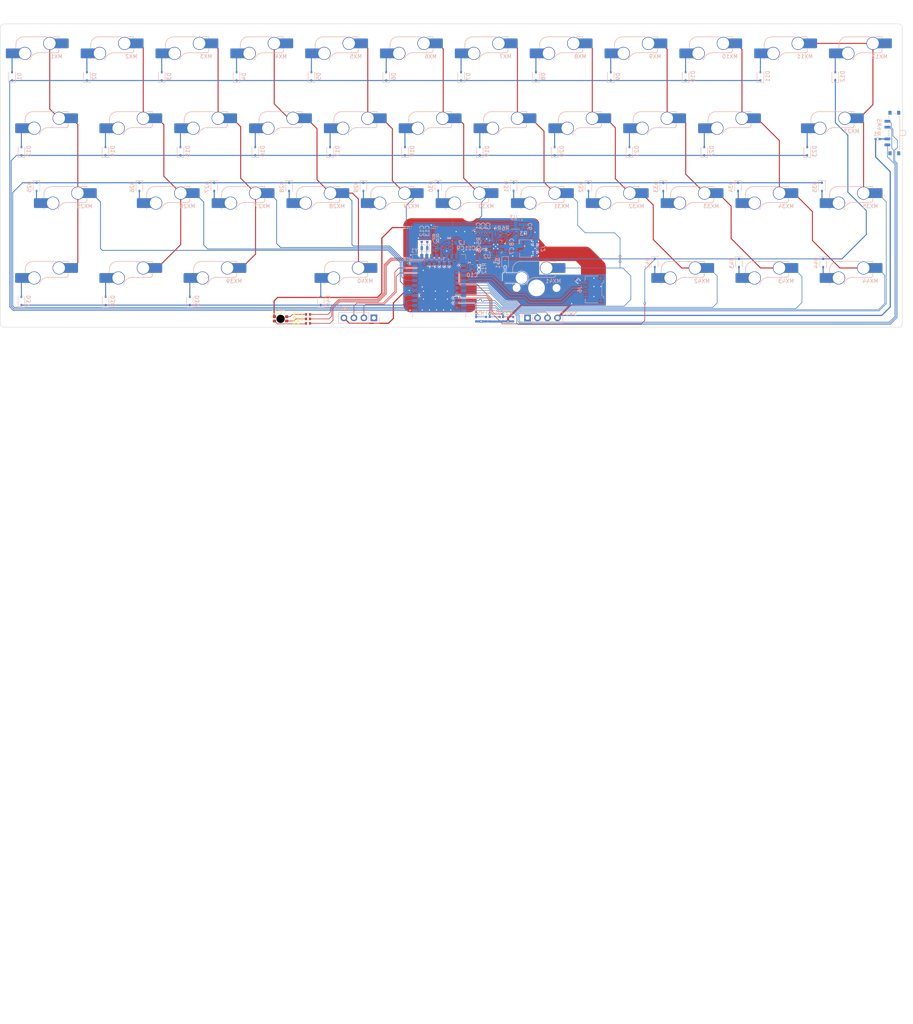
<source format=kicad_pcb>
(kicad_pcb (version 20241229) (generator "pcbnew") (generator_version "9.0")
  (layers (0 "F.Cu" signal) (2 "B.Cu" signal) (13 "F.Paste" user) (15 "B.Paste" user) (5 "F.SilkS" user "F.Silkscreen") (7 "B.SilkS" user "B.Silkscreen") (1 "F.Mask" user) (3 "B.Mask" user) (25 "Edge.Cuts" user))
  (net 0 "")
  (net 1 "GND")
  (net 2 "+5V")
  (net 3 "+VSW")
  (net 4 "+BATT")
  (net 5 "VDD")
  (net 6 "Net-(U4-P0.00{slash}XL1)")
  (net 7 "Net-(U4-P0.01{slash}XL2)")
  (net 8 "r0")
  (net 9 "Net-(D1-A)")
  (net 10 "Net-(D2-A)")
  (net 11 "Net-(D3-A)")
  (net 12 "Net-(D4-A)")
  (net 13 "Net-(D5-A)")
  (net 14 "Net-(D6-A)")
  (net 15 "Net-(D7-A)")
  (net 16 "Net-(D8-A)")
  (net 17 "Net-(D9-A)")
  (net 18 "Net-(D10-A)")
  (net 19 "Net-(D11-A)")
  (net 20 "r1")
  (net 21 "Net-(D12-A)")
  (net 22 "Net-(D13-A)")
  (net 23 "Net-(D14-A)")
  (net 24 "Net-(D15-A)")
  (net 25 "Net-(D16-A)")
  (net 26 "Net-(D17-A)")
  (net 27 "Net-(D18-A)")
  (net 28 "Net-(D19-A)")
  (net 29 "Net-(D20-A)")
  (net 30 "Net-(D21-A)")
  (net 31 "Net-(D22-A)")
  (net 32 "Net-(D23-A)")
  (net 33 "Net-(D25-A)")
  (net 34 "Net-(D26-A)")
  (net 35 "Net-(D27-A)")
  (net 36 "Net-(D28-A)")
  (net 37 "Net-(D29-A)")
  (net 38 "Net-(D30-A)")
  (net 39 "Net-(D31-A)")
  (net 40 "Net-(D32-A)")
  (net 41 "Net-(D33-A)")
  (net 42 "Net-(D34-A)")
  (net 43 "Net-(D35-A)")
  (net 44 "Net-(D37-A)")
  (net 45 "Net-(D38-A)")
  (net 46 "Net-(D39-A)")
  (net 47 "Net-(D40-A)")
  (net 48 "Net-(D41-A)")
  (net 49 "Net-(D42-A)")
  (net 50 "Net-(D43-A)")
  (net 51 "Net-(D44-A)")
  (net 52 "RST")
  (net 53 "SWDCLK")
  (net 54 "SWDIO")
  (net 56 "RXD")
  (net 57 "TXD")
  (net 59 "D-")
  (net 60 "D+")
  (net 61 "DCCH")
  (net 62 "c00")
  (net 63 "c01")
  (net 64 "c02")
  (net 65 "c03")
  (net 66 "c05")
  (net 67 "c06")
  (net 68 "c07")
  (net 69 "c08")
  (net 70 "c09")
  (net 71 "c10")
  (net 72 "Net-(R1-Pad1)")
  (net 73 "Net-(U2-TS)")
  (net 74 "/TMR")
  (net 75 "/ILIM")
  (net 76 "Net-(U2-ISET)")
  (net 77 "SDA")
  (net 78 "SCL")
  (net 79 "Net-(LED1-BK)")
  (net 80 "LED_B")
  (net 81 "Net-(LED1-GK)")
  (net 82 "LED_G")
  (net 83 "LED_R")
  (net 84 "Net-(LED1-RK)")
  (net 85 "~{CHG}")
  (net 86 "FRST")
  (net 88 "Net-(U4-P1.06)")
  (net 89 "DFU")
  (net 90 "c04")
  (net 91 "ALERT")
  (net 92 "r2")
  (net 93 "r3")
  (net 95 "Net-(U4-P0.15)")
  (net 96 "Net-(U4-P0.10{slash}NFC2)")
  (net 97 "Net-(U4-P0.09{slash}NFC1)")
  (footprint "Resistor_SMD:R_0402_1005Metric" (layer "F.Cu") (at 618.363 89.281)
    (property "Reference" "R11")
    (property "Value" "1k")
  )
  (footprint "Resistor_SMD:R_0402_1005Metric" (layer "F.Cu") (at 618.363 91.567)
    (property "Reference" "R9")
    (property "Value" "1k")
  )
  (footprint "PCM_marbastlib-various:LED_1206R" (layer "F.Cu") (at 611.378 90.4152)
    (property "Reference" "LED1")
    (property "Value" "IND")
  )
  (footprint "Resistor_SMD:R_0402_1005Metric" (layer "F.Cu") (at 618.363 90.424)
    (property "Reference" "R10")
    (property "Value" "1k")
  )
  (footprint "Package_DFN_QFN:VQFN-16-1EP_3x3mm_P0.5mm_EP1.6x1.6mm" (layer "B.Cu") (at 666.119 72.005 180)
    (property "Reference" "U2")
    (property "Value" "BQ24075")
  )
  (footprint "PCM_marbastlib-mx:SW_MX_HS_CPG151101S11_1u" (layer "B.Cu") (at 645.31875 25.4 180)
    (property "Reference" "MX6")
    (property "Value" "T")
  )
  (footprint "PCM_marbastlib-mx:SW_MX_HS_CPG151101S11_1u" (layer "B.Cu") (at 735.80625 63.5 180)
    (property "Reference" "MX34")
    (property "Value" ".")
  )
  (footprint "Diode_SMD:D_SOD-323" (layer "B.Cu") (at 752.57025 28.702 90)
    (property "Reference" "D12")
    (property "Value" "1N4148WS")
  )
  (footprint "Diode_SMD:D_SOD-323" (layer "B.Cu") (at 670.687 56.769 -90)
    (property "Reference" "D31")
    (property "Value" "1N4148WS")
  )
  (footprint "PCM_marbastlib-mx:SW_MX_HS_CPG151101S11_1u" (layer "B.Cu") (at 716.75625 63.5 180)
    (property "Reference" "MX33")
    (property "Value" ",")
  )
  (footprint "PCM_marbastlib-mx:SW_MX_HS_CPG151101S11_1u" (layer "B.Cu") (at 640.42925 63.5 180)
    (property "Reference" "MX29")
    (property "Value" "V")
  )
  (footprint "Diode_SMD:D_SOD-323" (layer "B.Cu") (at 676.37025 28.702 90)
    (property "Reference" "D8")
    (property "Value" "1N4148WS")
  )
  (footprint "PCM_marbastlib-mx:SW_MX_HS_CPG151101S11_1u" (layer "B.Cu") (at 550.06875 25.4 180)
    (property "Reference" "MX1")
    (property "Value" "ESC")
  )
  (footprint "PCM_marbastlib-mx:SW_MX_HS_CPG151101S11_1u" (layer "B.Cu") (at 607.21875 25.4 180)
    (property "Reference" "MX4")
    (property "Value" "E")
  )
  (footprint "Diode_SMD:D_SOD-323" (layer "B.Cu") (at 594.487 56.834 -90)
    (property "Reference" "D27")
    (property "Value" "1N4148WS")
  )
  (footprint "Capacitor_SMD:C_0402_1005Metric" (layer "B.Cu") (at 664.21 68.656 -90)
    (property "Reference" "C3")
    (property "Value" "1u")
  )
  (footprint "Capacitor_SMD:C_0402_1005Metric" (layer "B.Cu") (at 661.67 68.656 -90)
    (property "Reference" "C1")
    (property "Value" "4u7")
  )
  (footprint "PCM_marbastlib-mx:SW_MX_HS_CPG151101S11_1u" (layer "B.Cu") (at 702.46875 25.4 180)
    (property "Reference" "MX9")
    (property "Value" "I")
  )
  (footprint "Diode_SMD:D_SOD-323" (layer "B.Cu") (at 651.51 56.769 -90)
    (property "Reference" "D30")
    (property "Value" "1N4148WS")
  )
  (footprint "bdkb:DFN-8-1EP_2x2mm_P0.5mm_EP0.7x1.3mm" (layer "B.Cu") (at 671.183 66.425 180)
    (property "Reference" "U3")
    (property "Value" "MAX17048")
  )
  (footprint "PCM_marbastlib-various:SW_T1A2QR" (layer "B.Cu") (at 669.29 90.496 180)
    (property "Reference" "SW1" (hide yes))
    (property "Value" "RST")
  )
  (footprint "PCM_marbastlib-mx:SW_MX_HS_CPG151101S11_1u" (layer "B.Cu") (at 664.36875 25.4 180)
    (property "Reference" "MX7")
    (property "Value" "Y")
  )
  (footprint "PCM_marbastlib-mx:SW_MX_HS_CPG151101S11_1u" (layer "B.Cu") (at 569.11875 25.4 180)
    (property "Reference" "MX2")
    (property "Value" "Q")
  )
  (footprint "Diode_SMD:D_SOD-323" (layer "B.Cu") (at 566.83275 85.852 90)
    (property "Reference" "D38")
    (property "Value" "1N4148WS")
  )
  (footprint "Diode_SMD:D_SOD-323" (layer "B.Cu") (at 662.08275 47.752 90)
    (property "Reference" "D19")
    (property "Value" "1N4148WS")
  )
  (footprint "PCM_marbastlib-mx:SW_MX_HS_CPG151101S11_1.75u" (layer "B.Cu") (at 557.2125 63.5 180)
    (property "Reference" "MX25")
    (property "Value" "Shift")
  )
  (footprint "Crystal:Crystal_SMD_2012-2Pin_2.0x1.2mm" (layer "B.Cu") (at 648.011 72.412 180)
    (property "Reference" "Y1")
    (property "Value" "32.768 KHz")
  )
  (footprint "Diode_SMD:D_SOD-323" (layer "B.Cu") (at 749.173 56.834 -90)
    (property "Reference" "D35")
    (property "Value" "1N4148WS")
  )
  (footprint "PCM_marbastlib-mx:SW_MX_HS_CPG151101S11_1u" (layer "B.Cu") (at 669.13125 44.45 180)
    (property "Reference" "MX19" (hide yes))
    (property "Value" "H")
  )
  (footprint "PCM_marbastlib-mx:SW_MX_HS_CPG151101S11_1u" (layer "B.Cu") (at 688.18125 44.45 180)
    (property "Reference" "MX20" (hide yes))
    (property "Value" "J")
  )
  (footprint "Resistor_SMD:R_0402_1005Metric" (layer "B.Cu") (at 763.349 44.656 180)
    (property "Reference" "R1")
    (property "Value" "470k")
  )
  (footprint "PCM_marbastlib-mx:SW_MX_HS_CPG151101S11_1.25u" (layer "B.Cu") (at 552.45 44.45 180)
    (property "Reference" "MX13" (hide yes))
    (property "Value" "Caps")
  )
  (footprint "Capacitor_SMD:C_0402_1005Metric" (layer "B.Cu") (at 662.94 68.656 -90)
    (property "Reference" "C2")
    (property "Value" "4u7")
  )
  (footprint "Diode_SMD:D_SOD-323" (layer "B.Cu") (at 545.4015 47.752 90)
    (property "Reference" "D13")
    (property "Value" "1N4148WS")
  )
  (footprint "Diode_SMD:D_SOD-323" (layer "B.Cu") (at 727.837 56.834 -90)
    (property "Reference" "D34")
    (property "Value" "1N4148WS")
  )
  (footprint "Capacitor_SMD:C_0402_1005Metric" (layer "B.Cu") (at 673.56425 66.905 -90)
    (property "Reference" "C6")
    (property "Value" "100n")
  )
  (footprint "Diode_SMD:D_SOD-323" (layer "B.Cu") (at 585.88275 47.752 90)
    (property "Reference" "D15")
    (property "Value" "1N4148WS")
  )
  (footprint "PCM_marbastlib-mx:SW_MX_HS_CPG151101S11_2.75u" (layer "B.Cu") (at 676.529 82.55 180)
    (property "Reference" "MX41")
    (property "Value" "Space")
  )
  (footprint "Diode_SMD:D_SOD-323" (layer "B.Cu") (at 575.437 56.834 -90)
    (property "Reference" "D26")
    (property "Value" "1N4148WS")
  )
  (footprint "PCM_marbastlib-mx:SW_MX_HS_CPG151101S11_1u" (layer "B.Cu") (at 726.28125 44.45 180)
    (property "Reference" "MX22" (hide yes))
    (property "Value" "L")
  )
  (footprint "Diode_SMD:D_SOD-323" (layer "B.Cu") (at 588.264 85.852 90)
    (property "Reference" "D39")
    (property "Value" "1N4148WS")
  )
  (footprint "Diode_SMD:D_SOD-323" (layer "B.Cu") (at 657.32025 28.702 90)
    (property "Reference" "D7")
    (property "Value" "1N4148WS")
  )
  (footprint "Capacitor_SMD:C_0402_1005Metric" (layer "B.Cu") (at 662.963 72.621 -90)
    (property "Reference" "C5")
    (property "Value" "1u")
  )
  (footprint "Resistor_SMD:R_0402_1005Metric" (layer "B.Cu") (at 650.868 71.6755 180)
    (property "Reference" "R8")
    (property "Value" "10k")
  )
  (footprint "Inductor_SMD:L_0603_1608Metric" (layer "B.Cu") (at 655.0865 71.0405 180)
    (property "Reference" "L2")
    (property "Value" "10 uH")
  )
  (footprint "PCM_marbastlib-mx:SW_MX_HS_CPG151101S11_1.25u" (layer "B.Cu") (at 757.2375 82.55 180)
    (property "Reference" "MX44")
    (property "Value" "Ctrl")
  )
  (footprint "Diode_SMD:D_SOD-323" (layer "B.Cu") (at 719.23275 47.752 90)
    (property "Reference" "D22")
    (property "Value" "1N4148WS")
  )
  (footprint "Diode_SMD:D_SOD-323" (layer "B.Cu") (at 668.528 76.2 -90)
    (property "Reference" "D41")
    (property "Value" "1N4148WS")
  )
  (footprint "Diode_SMD:D_SOD-323" (layer "B.Cu") (at 549.24325 56.834 -90)
    (property "Reference" "D25")
    (property "Value" "1N4148WS")
  )
  (footprint "PCM_marbastlib-various:Molex_Pico-EZmate_78171-0002_1x02-1MP_P1.20mm_Vertical" (layer "B.Cu") (at 674.37 72.517 -90)
    (property "Reference" "J2")
    (property "Value" "78171-0002")
  )
  (footprint "Diode_SMD:D_SOD-323" (layer "B.Cu") (at 708.787 56.834 -90)
    (property "Reference" "D33")
    (property "Value" "1N4148WS")
  )
  (footprint "Capacitor_SMD:C_0402_1005Metric" (layer "B.Cu") (at 669.059 70.871 90)
    (property "Reference" "C8")
    (property "Value" "1u")
  )
  (footprint "PCM_marbastlib-mx:SW_MX_HS_CPG151101S11_1u" (layer "B.Cu") (at 659.47925 63.5 180)
    (property "Reference" "MX30")
    (property "Value" "B")
  )
  (footprint "PCM_marbastlib-mx:SW_MX_HS_CPG151101S11_1u" (layer "B.Cu") (at 631.03125 44.45 180)
    (property "Reference" "MX17" (hide yes))
    (property "Value" "F")
  )
  (footprint "Capacitor_SMD:C_0402_1005Metric" (layer "B.Cu") (at 652.775 72.412)
    (property "Reference" "C9")
    (property "Value" "1u")
  )
  (footprint "Diode_SMD:D_SOD-323" (layer "B.Cu") (at 621.6015 85.852 90)
    (property "Reference" "D40")
    (property "Value" "1N4148WS")
  )
  (footprint "PCM_marbastlib-mx:SW_MX_HS_CPG151101S11_1u" (layer "B.Cu") (at 583.40625 63.5 180)
    (property "Reference" "MX26")
    (property "Value" "Z")
  )
  (footprint "Resistor_SMD:R_0402_1005Metric" (layer "B.Cu") (at 661.924 77.343 90)
    (property "Reference" "R12")
    (property "Value" "100k")
  )
  (footprint "Diode_SMD:D_SOD-323" (layer "B.Cu") (at 543.02025 28.702 90)
    (property "Reference" "D1")
    (property "Value" "1N4148WS")
  )
  (footprint "Connector_Molex:Molex_Pico-EZmate_78171-0004_1x04-1MP_P1.20mm_Vertical" (layer "B.Cu") (at 691.007 82.931 -90)
    (property "Reference" "J6")
    (property "Value" "78171-0004")
  )
  (footprint "PCM_marbastlib-mx:SW_MX_HS_CPG151101S11_1u" (layer "B.Cu") (at 707.23125 44.45 180)
    (property "Reference" "MX21" (hide yes))
    (property "Value" "K")
  )
  (footprint "PCM_marbastlib-mx:SW_MX_HS_CPG151101S11_1u" (layer "B.Cu") (at 626.26875 25.4 180)
    (property "Reference" "MX5")
    (property "Value" "R")
  )
  (footprint "Connector_PinHeader_2.54mm:PinHeader_1x04_P2.54mm_Vertical" (layer "B.Cu") (at 674.243 90.17 -90)
    (property "Reference" "J4" (hide yes))
    (property "Value" "SWD")
  )
  (footprint "Button_Switch_SMD:SW_SP3T_PCM13" (layer "B.Cu") (at 767.286 43.132 -90)
    (property "Reference" "SW4")
    (property "Value" "SW_SP3T")
  )
  (footprint "PCM_marbastlib-mx:SW_MX_HS_CPG151101S11_1u" (layer "B.Cu") (at 697.70625 63.5 180)
    (property "Reference" "MX32")
    (property "Value" "M")
  )
  (footprint "PCM_marbastlib-mx:SW_MX_HS_CPG151101S11_1.25u" (layer "B.Cu") (at 714.375 82.55 180)
    (property "Reference" "MX42")
    (property "Value" "Fn")
  )
  (footprint "Diode_SMD:D_SOD-323" (layer "B.Cu") (at 581.12025 28.702 90)
    (property "Reference" "D3")
    (property "Value" "1N4148WS")
  )
  (footprint "Resistor_SMD:R_0402_1005Metric" (layer "B.Cu") (at 662.963 70.587 90)
    (property "Reference" "R5")
    (property "Value" "1k5")
  )
  (footprint "Diode_SMD:D_SOD-323" (layer "B.Cu") (at 681.13275 47.752 90)
    (property "Reference" "D20")
    (property "Value" "1N4148WS")
  )
  (footprint "PCM_marbastlib-mx:SW_MX_HS_CPG151101S11_1u" (layer "B.Cu") (at 740.56875 25.4 180)
    (property "Reference" "MX11")
    (property "Value" "P")
  )
  (footprint "PCM_marbastlib-mx:SW_MX_HS_CPG151101S11_1u" (layer "B.Cu") (at 573.88125 82.55 180)
    (property "Reference" "MX38" (hide yes))
    (property "Value" "Super")
  )
  (footprint "Capacitor_SMD:C_0402_1005Metric" (layer "B.Cu") (at 654.68 72.412 180)
    (property "Reference" "C11")
    (property "Value" "4u7")
  )
  (footprint "PCM_marbastlib-mx:SW_MX_HS_CPG151101S11_1u" (layer "B.Cu") (at 592.93125 44.45 180)
    (property "Reference" "MX15" (hide yes))
    (property "Value" "S")
  )
  (footprint "Resistor_SMD:R_0402_1005Metric" (layer "B.Cu") (at 650.866 72.9455 180)
    (property "Reference" "R7")
    (property "Value" "10k")
  )
  (footprint "PCM_marbastlib-mx:SW_MX_HS_CPG151101S11_1u" (layer "B.Cu") (at 759.61875 25.4 180)
    (property "Reference" "MX12")
    (property "Value" "BS")
  )
  (footprint "PCM_marbastlib-various:nRF52840_E73-2G4M08S1C" (layer "B.Cu") (at 651.759 83.249)
    (property "Reference" "U4")
    (property "Value" "nRF52840_E73-2G4M08S1C" (hide yes))
  )
  (footprint "Diode_SMD:D_SOD-323" (layer "B.Cu") (at 700.18275 47.752 90)
    (property "Reference" "D21")
    (property "Value" "1N4148WS")
  )
  (footprint "Diode_SMD:D_SOD-323" (layer "B.Cu") (at 613.537 56.834 -90)
    (property "Reference" "D28")
    (property "Value" "1N4148WS")
  )
  (footprint "PCM_marbastlib-mx:SW_MX_HS_CPG151101S11_1u" (layer "B.Cu") (at 611.98125 44.45 180)
    (property "Reference" "MX16" (hide yes))
    (property "Value" "D")
  )
  (footprint "Diode_SMD:D_SOD-323" (layer "B.Cu") (at 638.27025 28.702 90)
    (property "Reference" "D6")
    (property "Value" "1N4148WS")
  )
  (footprint "Diode_SMD:D_SOD-323" (layer "B.Cu") (at 689.737 56.834 -90)
    (property "Reference" "D32")
    (property "Value" "1N4148WS")
  )
  (footprint "Diode_SMD:D_SOD-323" (layer "B.Cu") (at 632.46 56.831 -90)
    (property "Reference" "D29")
    (property "Value" "1N4148WS")
  )
  (footprint "PCM_marbastlib-mx:SW_MX_HS_CPG151101S11_1.75u" (layer "B.Cu") (at 752.475 44.45 180)
    (property "Reference" "MX23")
    (property "Value" "\\")
  )
  (footprint "Resistor_SMD:R_0402_1005Metric" (layer "B.Cu") (at 671.343 68.684)
    (property "Reference" "R3")
    (property "Value" "10k")
  )
  (footprint "Diode_SMD:D_SOD-323" (layer "B.Cu") (at 619.22025 28.702 90)
    (property "Reference" "D5")
    (property "Value" "1N4148WS")
  )
  (footprint "PCM_marbastlib-mx:SW_MX_HS_CPG151101S11_1u" (layer "B.Cu") (at 721.51875 25.4 180)
    (property "Reference" "MX10")
    (property "Value" "O")
  )
  (footprint "PCM_marbastlib-mx:SW_MX_HS_CPG151101S11_1u" (layer "B.Cu") (at 621.50625 63.5 180)
    (property "Reference" "MX28")
    (property "Value" "C")
  )
  (footprint "Diode_SMD:D_SOD-323" (layer "B.Cu") (at 728.05925 76.2 -90)
    (property "Reference" "D43")
    (property "Value" "1N4148WS")
  )
  (footprint "Capacitor_SMD:C_0402_1005Metric" (layer "B.Cu") (at 660.141 78.127)
    (property "Reference" "C10")
    (property "Value" "4u7")
  )
  (footprint "PCM_marbastlib-mx:SW_MX_HS_CPG151101S11_1.25u" (layer "B.Cu") (at 757.2375 63.5 180)
    (property "Reference" "MX35")
    (property "Value" "Shift")
  )
  (footprint "PCM_marbastlib-mx:SW_MX_HS_CPG151101S11_2.25u" (layer "B.Cu") (at 628.65 82.55 180)
    (property "Reference" "MX40")
    (property "Value" "Space")
  )
  (footprint "PCM_marbastlib-mx:SW_MX_HS_CPG151101S11_1.25u" (layer "B.Cu") (at 595.3125 82.55 180)
    (property "Reference" "MX39")
    (property "Value" "Alt")
  )
  (footprint "Diode_SMD:D_SOD-323" (layer "B.Cu") (at 733.52025 28.702 90)
    (property "Reference" "D11")
    (property "Value" "1N4148WS")
  )
  (footprint "PCM_marbastlib-various:SW_T1A2QR" (layer "B.Cu") (at 662.432 90.496 180)
    (property "Reference" "SW2" (hide yes))
    (property "Value" "FRST")
  )
  (footprint "PCM_marbastlib-mx:SW_MX_HS_CPG151101S11_1.25u" (layer "B.Cu") (at 552.45 82.55 180)
    (property "Reference" "MX37" (hide yes))
    (property "Value" "Ctrl")
  )
  (footprint "PCM_marbastlib-mx:SW_MX_HS_CPG151101S11_1u" (layer "B.Cu") (at 678.65625 63.5 180)
    (property "Reference" "MX31")
    (property "Value" "N")
  )
  (footprint "Connector_PinHeader_2.54mm:PinHeader_1x04_P2.54mm_Vertical" (layer "B.Cu") (at 635.127 90.17 90)
    (property "Reference" "J5" (hide yes))
    (property "Value" "UART")
  )
  (footprint "Diode_SMD:D_SOD-323" (layer "B.Cu") (at 749.4905 76.2 -90)
    (property "Reference" "D44")
    (property "Value" "1N4148WS")
  )
  (footprint "Diode_SMD:D_SOD-323" (layer "B.Cu") (at 695.42025 28.702 90)
    (property "Reference" "D9")
    (property "Value" "1N4148WS")
  )
  (footprint "PCM_marbastlib-various:SW_T1A2QR" (layer "B.Cu") (at 665.861 90.496 180)
    (property "Reference" "SW3" (hide yes))
    (property "Value" "DFU")
  )
  (footprint "Capacitor_SMD:C_0402_1005Metric" (layer "B.Cu") (at 666.4725 74.808)
    (property "Reference" "C4")
    (property "Value" "4u7")
  )
  (footprint "Diode_SMD:D_SOD-323" (layer "B.Cu") (at 623.98275 47.752 90)
    (property "Reference" "D17")
    (property "Value" "1N4148WS")
  )
  (footprint "Resistor_SMD:R_0402_1005Metric" (layer "B.Cu") (at 669.313 68.684 180)
    (property "Reference" "R6")
    (property "Value" "2k2")
  )
  (footprint "Diode_SMD:D_SOD-323" (layer "B.Cu") (at 600.17025 28.702 90)
    (property "Reference" "D4")
    (property "Value" "1N4148WS")
  )
  (footprint "Diode_SMD:D_SOD-323" (layer "B.Cu") (at 643.03275 47.752 90)
    (property "Reference" "D18")
    (property "Value" "1N4148WS")
  )
  (footprint "Capacitor_SMD:C_0402_1005Metric" (layer "B.Cu") (at 647.3125 70.34825 90)
    (property "Reference" "C12")
    (property "Value" "12p")
  )
  (footprint "PCM_marbastlib-mx:SW_MX_HS_CPG151101S11_1u" (layer "B.Cu") (at 573.88125 44.45 180)
    (property "Reference" "MX14" (hide yes))
    (property "Value" "A")
  )
  (footprint "Diode_SMD:D_SOD-323" (layer "B.Cu") (at 604.93275 47.752 90)
    (property "Reference" "D16")
    (property "Value" "1N4148WS")
  )
  (footprint "Diode_SMD:D_SOD-323" (layer "B.Cu") (at 545.4015 85.852 90)
    (property "Reference" "D37")
    (property "Value" "1N4148WS")
  )
  (footprint "Capacitor_SMD:C_0402_1005Metric" (layer "B.Cu") (at 648.7095 70.37625 90)
    (property "Reference" "C13")
    (property "Value" "12p")
  )
  (footprint "PCM_marbastlib-mx:SW_MX_HS_CPG151101S11_1u" (layer "B.Cu") (at 650.08125 44.45 180)
    (property "Reference" "MX18" (hide yes))
    (property "Value" "G")
  )
  (footprint "PCM_marbastlib-mx:SW_MX_HS_CPG151101S11_1u" (layer "B.Cu") (at 588.16875 25.4 180)
    (property "Reference" "MX3")
    (property "Value" "W")
  )
  (footprint "PCM_marbastlib-mx:SW_MX_HS_CPG151101S11_1u" (layer "B.Cu") (at 735.80625 82.55 180)
    (property "Reference" "MX43")
    (property "Value" "Super")
  )
  (footprint "Resistor_SMD:R_0402_1005Metric" (layer "B.Cu") (at 667.279 68.684)
    (property "Reference" "R4")
    (property "Value" "47k")
  )
  (footprint "Capacitor_SMD:C_0402_1005Metric" (layer "B.Cu") (at 669.059 73.101 -90)
    (property "Reference" "C7")
    (property "Value" "4u7")
  )
  (footprint "Diode_SMD:D_SOD-323" (layer "B.Cu") (at 714.47025 28.702 90)
    (property "Reference" "D10")
    (property "Value" "1N4148WS")
  )
  (footprint "Diode_SMD:D_SOD-323" (layer "B.Cu") (at 706.628 76.2 -90)
    (property "Reference" "D42")
    (property "Value" "1N4148WS")
  )
  (footprint "PCM_marbastlib-mx:SW_MX_HS_CPG151101S11_1u" (layer "B.Cu") (at 602.45625 63.5 180)
    (property "Reference" "MX27")
    (property "Value" "X")
  )
  (footprint "Diode_SMD:D_SOD-323" (layer "B.Cu") (at 562.07025 28.702 90)
    (property "Reference" "D2")
    (property "Value" "1N4148WS")
  )
  (footprint "Diode_SMD:D_SOD-323" (layer "B.Cu") (at 566.801 47.752 90)
    (property "Reference" "D14")
    (property "Value" "1N4148WS")
  )
  (footprint "Diode_SMD:D_SOD-323" (layer "B.Cu") (at 745.4265 47.752 90)
    (property "Reference" "D23")
    (property "Value" "1N4148WS")
  )
  (footprint "PCM_marbastlib-mx:SW_MX_HS_CPG151101S11_1u" (layer "B.Cu") (at 683.41875 25.4 180)
    (property "Reference" "MX8")
    (property "Value" "U")
  )
  (gr_line (start 540.044873 91.552362) (end 540.044873 16.363078) (stroke (width 0.1)) (layer "Edge.Cuts"))
  (gr_arc (start 541.044826 92.552362) (mid 540.337731 92.259467) (end 540.044873 91.552362) (stroke (width 0.1)) (layer "Edge.Cuts"))
  (gr_arc (start 768.647788 15.363078) (mid 769.354952 15.655984) (end 769.647788 16.363153) (stroke (width 0.1)) (layer "Edge.Cuts"))
  (gr_arc (start 540.044873 16.363078) (mid 540.337776 15.656001) (end 541.044873 15.363078) (stroke (width 0.1)) (layer "Edge.Cuts"))
  (gr_line (start 768.642109 92.563114) (end 541.0448 92.552362) (stroke (width 0.1)) (layer "Edge.Cuts"))
  (gr_line (start 769.647788 16.363153) (end 769.642156 91.563189) (stroke (width 0.1)) (layer "Edge.Cuts"))
  (gr_arc (start 769.642156 91.563189) (mid 769.349216 92.270265) (end 768.642109 92.563114) (stroke (width 0.1)) (layer "Edge.Cuts"))
  (gr_line (start 541.044873 15.363078) (end 768.647788 15.363078) (stroke (width 0.1)) (layer "Edge.Cuts"))
  (segment (start 664.183 70.077) (end 665.607 71.501) (width 0.3) (layer "F.Cu") (net 1))
  (segment (start 691.134 84.731) (end 691.134 82.169) (width 0.5) (layer "F.Cu") (net 1))
  (segment (start 643.255 83.185) (end 644.144 83.185) (width 0.3) (layer "F.Cu") (net 1))
  (segment (start 691.134 82.169) (end 691.134 78.359) (width 0.5) (layer "F.Cu") (net 1))
  (segment (start 691.134 78.359) (end 686.717 73.942) (width 0.5) (layer "F.Cu") (net 1))
  (segment (start 685.165 86.868) (end 672.6555 86.868) (width 0.5) (layer "F.Cu") (net 1))
  (segment (start 681.863 90.17) (end 681.863 90.297) (width 0.3) (layer "F.Cu") (net 1))
  (segment (start 640.08 90.297) (end 640.08 86.36) (width 0.3) (layer "F.Cu") (net 1))
  (segment (start 685.4825 86.5505) (end 681.863 90.17) (width 0.5) (layer "F.Cu") (net 1))
  (segment (start 663.829 70.077) (end 664.183 70.077) (width 0.3) (layer "F.Cu") (net 1))
  (segment (start 638.8354 91.5416) (end 640.08 90.297) (width 0.3) (layer "F.Cu") (net 1))
  (segment (start 640.08 86.36) (end 643.255 83.185) (width 0.3) (layer "F.Cu") (net 1))
  (segment (start 686.717 73.942) (end 676.12 73.942) (width 0.5) (layer "F.Cu") (net 1))
  (segment (start 652.0815 69.9135) (end 652.018 69.85) (width 0.3) (layer "F.Cu") (net 1))
  (segment (start 653.669 73.152) (end 653.669 71.501) (width 0.3) (layer "F.Cu") (net 1))
  (segment (start 669.29 90.2335) (end 669.29 91.059) (width 0.5) (layer "F.Cu") (net 1))
  (segment (start 653.669 71.501) (end 652.0815 69.9135) (width 0.3) (layer "F.Cu") (net 1))
  (segment (start 627.507 90.17) (end 628.8786 91.5416) (width 0.3) (layer "F.Cu") (net 1))
  (segment (start 672.6555 86.868) (end 669.29 90.2335) (width 0.5) (layer "F.Cu") (net 1))
  (segment (start 646.4665 69.85) (end 646.44825 69.86825) (width 0.3) (layer "F.Cu") (net 1))
  (segment (start 628.8786 91.5416) (end 638.8354 91.5416) (width 0.3) (layer "F.Cu") (net 1))
  (segment (start 685.4825 86.5505) (end 685.165 86.868) (width 0.5) (layer "F.Cu") (net 1))
  (segment (start 652.018 69.85) (end 646.4665 69.85) (width 0.3) (layer "F.Cu") (net 1))
  (via (at 651.0655 88.138) (size 0.6) (drill 0.3) (layers "F.Cu" "B.Cu") (net 1))
  (via (at 650.7988 83.3628) (size 0.6) (drill 0.3) (layers "F.Cu" "B.Cu") (net 1))
  (via (at 647.7508 83.3628) (size 0.6) (drill 0.3) (layers "F.Cu" "B.Cu") (net 1))
  (via (at 649.25575 88.138) (size 0.6) (drill 0.3) (layers "F.Cu" "B.Cu") (net 1))
  (via (at 691.134 82.1944) (size 0.6) (drill 0.3) (layers "F.Cu" "B.Cu") (net 1))
  (via (at 663.829 70.077) (size 0.6) (drill 0.3) (layers "F.Cu" "B.Cu") (net 1))
  (via (at 665.861 67.31) (size 0.6) (drill 0.3) (layers "F.Cu" "B.Cu") (net 1))
  (via (at 657.987 73.279) (size 0.6) (drill 0.3) (layers "F.Cu" "B.Cu") (net 1))
  (via (at 647.7508 85.3948) (size 0.6) (drill 0.3) (layers "F.Cu" "B.Cu") (net 1))
  (via (at 685.4825 86.5505) (size 0.6) (drill 0.3) (layers "F.Cu" "B.Cu") (net 1))
  (via (at 644.525 74.168) (size 0.6) (drill 0.3) (layers "F.Cu" "B.Cu") (net 1))
  (via (at 656.082 68.199) (size 0.6) (drill 0.3) (layers "F.Cu" "B.Cu") (net 1))
  (via (at 666.623 71.501) (size 0.6) (drill 0.3) (layers "F.Cu" "B.Cu") (net 1))
  (via (at 676.1325 72.4916) (size 0.6) (drill 0.3) (layers "F.Cu" "B.Cu") (net 1))
  (via (at 658.241 68.199) (size 0.6) (drill 0.3) (layers "F.Cu" "B.Cu") (net 1))
  (via (at 644.144 83.185) (size 0.6) (drill 0.3) (layers "F.Cu" "B.Cu") (net 1))
  (via (at 660.781 74.041) (size 0.6) (drill 0.3) (layers "F.Cu" "B.Cu") (net 1))
  (via (at 647.446 88.138) (size 0.6) (drill 0.3) (layers "F.Cu" "B.Cu") (net 1))
  (via (at 653.8468 83.3628) (size 0.6) (drill 0.3) (layers "F.Cu" "B.Cu") (net 1))
  (via (at 654.685 88.138) (size 0.6) (drill 0.3) (layers "F.Cu" "B.Cu") (net 1))
  (via (at 691.134 80.0608) (size 0.6) (drill 0.3) (layers "F.Cu" "B.Cu") (net 1))
  (via (at 647.446 82.296) (size 0.6) (drill 0.3) (layers "F.Cu" "B.Cu") (net 1))
  (via (at 653.669 73.152) (size 0.6) (drill 0.3) (layers "F.Cu" "B.Cu") (net 1))
  (via (at 644.2964 76.1492) (size 0.6) (drill 0.3) (layers "F.Cu" "B.Cu") (net 1))
  (via (at 653.8468 85.3948) (size 0.6) (drill 0.3) (layers "F.Cu" "B.Cu") (net 1))
  (via (at 670.433 74.422) (size 0.6) (drill 0.3) (layers "F.Cu" "B.Cu") (net 1))
  (via (at 665.607 72.517) (size 0.6) (drill 0.3) (layers "F.Cu" "B.Cu") (net 1))
  (via (at 665.607 71.501) (size 0.6) (drill 0.3) (layers "F.Cu" "B.Cu") (net 1))
  (via (at 676.1325 68.3768) (size 0.6) (drill 0.3) (layers "F.Cu" "B.Cu") (net 1))
  (via (at 646.44825 69.86825) (size 0.6) (drill 0.3) (layers "F.Cu" "B.Cu") (net 1))
  (via (at 666.639377 72.542299) (size 0.6) (drill 0.3) (layers "F.Cu" "B.Cu") (net 1))
  (via (at 669.29 91.059) (size 0.6) (drill 0.3) (layers "F.Cu" "B.Cu") (net 1))
  (via (at 652.87525 88.138) (size 0.6) (drill 0.3) (layers "F.Cu" "B.Cu") (net 1))
  (via (at 649.732 66.548) (size 0.6) (drill 0.3) (layers "F.Cu" "B.Cu") (net 1))
  (via (at 652.0815 69.9135) (size 0.6) (drill 0.3) (layers "F.Cu" "B.Cu") (net 1))
  (via (at 647.7 78.0796) (size 0.6) (drill 0.3) (layers "F.Cu" "B.Cu") (net 1))
  (via (at 691.134 84.731) (size 0.6) (drill 0.3) (layers "F.Cu" "B.Cu") (net 1))
  (via (at 673.481 68.707) (size 0.6) (drill 0.3) (layers "F.Cu" "B.Cu") (net 1))
  (via (at 662.432 91.059) (size 0.6) (drill 0.3) (layers "F.Cu" "B.Cu") (net 1))
  (via (at 660.781 71.12) (size 0.6) (drill 0.3) (layers "F.Cu" "B.Cu") (net 1))
  (via (at 650.7988 85.3948) (size 0.6) (drill 0.3) (layers "F.Cu" "B.Cu") (net 1))
  (via (at 666.119 72.005) (size 0.6) (drill 0.3) (layers "F.Cu" "B.Cu") (net 1))
  (via (at 692.907 82.1944) (size 0.6) (drill 0.3) (layers "F.Cu" "B.Cu") (net 1))
  (segment (start 670.2205 66.675) (end 670.933 66.675) (width 0.3) (layer "B.Cu") (net 1))
  (segment (start 672.1455 65.675) (end 672.2885 65.532) (width 0.3) (layer "B.Cu") (net 1))
  (segment (start 668.1795 73.581) (end 666.9525 74.808) (width 0.3) (layer "B.Cu") (net 1))
  (segment (start 656.336 76.327) (end 655.591 76.327) (width 0.3) (layer "B.Cu") (net 1))
  (segment (start 669.107 73.533) (end 669.059 73.581) (width 0.4) (layer "B.Cu") (net 1))
  (segment (start 660.621 76.206057) (end 659.886943 75.472) (width 0.3) (layer "B.Cu") (net 1))
  (segment (start 672.495 73.117) (end 672.079 73.533) (width 0.4) (layer "B.Cu") (net 1))
  (segment (start 655.569 76.967) (end 655.569 76.349) (width 0.3) (layer "B.Cu") (net 1))
  (segment (start 666.369 71.755) (end 666.119 72.005) (width 0.3) (layer "B.Cu") (net 1))
  (segment (start 654.177 72.435) (end 654.2 72.412) (width 0.3) (layer "B.Cu") (net 1))
  (segment (start 647.446 82.296) (end 646.543 83.199) (width 0.3) (layer "B.Cu") (net 1))
  (segment (start 666.369 70.5675) (end 666.369 71.755) (width 0.3) (layer "B.Cu") (net 1))
  (segment (start 662.432 91.059) (end 663.707 91.059) (width 0.5) (layer "B.Cu") (net 1))
  (segment (start 655.569 76.195) (end 654.924 75.55) (width 0.3) (layer "B.Cu") (net 1))
  (segment (start 672.2885 65.532) (end 674.997 65.532) (width 0.3) (layer "B.Cu") (net 1))
  (segment (start 671.742202 67.175) (end 672.1455 67.175) (width 0.3) (layer "B.Cu") (net 1))
  (segment (start 671.183 66.425) (end 671.183 66.615798) (width 0.3) (layer "B.Cu") (net 1))
  (segment (start 671.183 66.615798) (end 671.742202 67.175) (width 0.3) (layer "B.Cu") (net 1))
  (segment (start 687.302 84.731) (end 689.132 84.731) (width 0.5) (layer "B.Cu") (net 1))
  (segment (start 672.079 73.533) (end 669.107 73.533) (width 0.4) (layer "B.Cu") (net 1))
  (segment (start 676.1325 66.6675) (end 676.1325 71.346) (width 0.5) (layer "B.Cu") (net 1))
  (segment (start 653.97 75.55) (end 653.669 75.249) (width 0.3) (layer "B.Cu") (net 1))
  (segment (start 665.305 73.5065) (end 665.369 73.4425) (width 0.3) (layer "B.Cu") (net 1))
  (segment (start 691.134 84.731) (end 692.885 84.731) (width 0.5) (layer "B.Cu") (net 1))
  (segment (start 653.669 74.549) (end 653.669 73.152) (width 0.3) (layer "B.Cu") (net 1))
  (segment (start 654.924 75.55) (end 653.97 75.55) (width 0.3) (layer "B.Cu") (net 1))
  (segment (start 647.3125 69.86825) (end 648.6815 69.86825) (width 0.3) (layer "B.Cu") (net 1))
  (segment (start 671.853 69.192) (end 671.853 68.684) (width 0.3) (layer "B.Cu") (net 1))
  (segment (start 682.625 89.535) (end 681.863 90.297) (width 0.3) (layer "B.Cu") (net 1))
  (segment (start 666.369 70.104) (end 666.369 70.5675) (width 0.3) (layer "B.Cu") (net 1))
  (segment (start 671.853 68.43) (end 671.345 67.922) (width 0.3) (layer "B.Cu") (net 1))
  (segment (start 674.997 65.532) (end 675.14 65.675) (width 0.3) (layer "B.Cu") (net 1))
  (segment (start 670.019 70.391) (end 670.837 69.573) (width 0.3) (layer "B.Cu") (net 1))
  (segment (start 646.43 69.85) (end 646.44825 69.86825) (width 0.3) (layer "B.Cu") (net 1))
  (segment (start 667.5565 72.755) (end 666.869 72.755) (width 0.3) (layer "B.Cu") (net 1))
  (segment (start 674.8385 73.152) (end 676.1325 74.446) (width 0.5) (layer "B.Cu") (net 1))
  (segment (start 764.413 89.535) (end 682.625 89.535) (width 0.3) (layer "B.Cu") (net 1))
  (segment (start 651.891 77.851) (end 654.685 77.851) (width 0.3) (layer "B.Cu") (net 1))
  (segment (start 660.621 78.127) (end 660.621 76.206057) (width 0.3) (layer "B.Cu") (net 1))
  (segment (start 692.885 84.731) (end 692.907 84.709) (width 0.5) (layer "B.Cu") (net 1))
  (segment (start 667.789 68.684) (end 666.369 70.104) (width 0.3) (layer "B.Cu") (net 1))
  (segment (start 663.3045 73.4425) (end 665.369 73.4425) (width 0.3) (layer "B.Cu") (net 1))
  (segment (start 653.669 75.249) (end 653.669 74.549) (width 0.3) (layer "B.Cu") (net 1))
  (segment (start 671.742202 65.675) (end 671.183 66.234202) (width 0.3) (layer "B.Cu") (net 1))
  (segment (start 665.42 72.704) (end 665.42 73.3915) (width 0.3) (layer "B.Cu") (net 1))
  (segment (start 762.839 49.226) (end 766.572 52.959) (width 0.3) (layer "B.Cu") (net 1))
  (segment (start 646.543 83.199) (end 645.559 83.199) (width 0.3) (layer "B.Cu") (net 1))
  (segment (start 669.29 91.059) (end 670.565 91.059) (width 0.5) (layer "B.Cu") (net 1))
  (segment (start 648.6815 69.86825) (end 648.7095 69.89625) (width 0.3) (layer "B.Cu") (net 1))
  (segment (start 653.156 72.412) (end 653.669 72.412) (width 0.3) (layer "B.Cu") (net 1))
  (segment (start 668.803 68.684) (end 668.803 68.178) (width 0.3) (layer "B.Cu") (net 1))
  (segment (start 675.14 65.675) (end 676.1325 66.6675) (width 0.5) (layer "B.Cu") (net 1))
  (segment (start 662.963 70.077) (end 663.829 70.077) (width 0.3) (layer "B.Cu") (net 1))
  (segment (start 645.545 83.185) (end 645.559 83.199) (width 0.3) (layer "B.Cu") (net 1))
  (segment (start 644.144 83.185) (end 645.545 83.185) (width 0.3) (layer "B.Cu") (net 1))
  (segment (start 689.132 84.731) (end 691.134 84.731) (width 0.5) (layer "B.Cu") (net 1))
  (segment (start 670.837 69.573) (end 671.472 69.573) (width 0.3) (layer "B.Cu") (net 1))
  (segment (start 666.869 73.4425) (end 666.869 72.755) (width 0.3) (layer "B.Cu") (net 1))
  (segment (start 671.183 66.234202) (end 671.183 66.425) (width 0.3) (layer "B.Cu") (net 1))
  (segment (start 692.907 82.296) (end 692.907 84.709) (width 0.5) (layer "B.Cu") (net 1))
  (segment (start 653.669 72.412) (end 654.101 72.412) (width 0.3) (layer "B.Cu") (net 1))
  (segment (start 766.572 52.959) (end 766.572 87.376) (width 0.3) (layer "B.Cu") (net 1))
  (segment (start 647.3125 69.86825) (end 646.44825 69.86825) (width 0.3) (layer "B.Cu") (net 1))
  (segment (start 666.869 72.755) (end 666.119 72.005) (width 0.3) (layer "B.Cu") (net 1))
  (segment (start 692.907 84.709) (end 692.907 85.881) (width 0.5) (layer "B.Cu") (net 1))
  (segment (start 669.059 73.581) (end 669.3505 73.581) (width 0.5) (layer "B.Cu") (net 1))
  (segment (start 669.059 73.581) (end 668.3825 73.581) (width 0.5) (layer "B.Cu") (net 1))
  (segment (start 653.669 73.152) (end 653.669 72.412) (width 0.3) (layer "B.Cu") (net 1))
  (segment (start 671.853 68.684) (end 671.853 68.43) (width 0.3) (layer "B.Cu") (net 1))
  (segment (start 666.869 73.4425) (end 666.869 74.7245) (width 0.3) (layer "B.Cu") (net 1))
  (segment (start 655.591 76.327) (end 655.569 76.349) (width 0.3) (layer "B.Cu") (net 1))
  (segment (start 671.472 69.573) (end 671.853 69.192) (width 0.3) (layer "B.Cu") (net 1))
  (segment (start 666.119 72.005) (end 665.42 72.704) (width 0.3) (layer "B.Cu") (net 1))
  (segment (start 666.869 74.7245) (end 666.9525 74.808) (width 0.3) (layer "B.Cu") (net 1))
  (segment (start 766.572 87.376) (end 764.413 89.535) (width 0.3) (layer "B.Cu") (net 1))
  (segment (start 663.829 70.077) (end 663.929 70.077) (width 0.3) (layer "B.Cu") (net 1))
  (segment (start 692.907 79.981) (end 692.907 82.296) (width 0.5) (layer "B.Cu") (net 1))
  (segment (start 672.1455 65.675) (end 671.742202 65.675) (width 0.3) (layer "B.Cu") (net 1))
  (segment (start 676.1325 72.4916) (end 676.1325 71.346) (width 0.5) (layer "B.Cu") (net 1))
  (segment (start 661.157 91.059) (end 662.432 91.059) (width 0.5) (layer "B.Cu") (net 1))
  (segment (start 662.963 73.101) (end 663.3045 73.4425) (width 0.3) (layer "B.Cu") (net 1))
  (segment (start 655.569 76.349) (end 655.569 76.195) (width 0.3) (layer "B.Cu") (net 1))
  (segment (start 669.059 67.922) (end 671.345 67.922) (width 0.3) (layer "B.Cu") (net 1))
  (segment (start 668.803 68.684) (end 667.789 68.684) (width 0.3) (layer "B.Cu") (net 1))
  (segment (start 669.059 70.391) (end 670.019 70.391) (width 0.3) (layer "B.Cu") (net 1))
  (segment (start 669.059 73.581) (end 668.1795 73.581) (width 0.3) (layer "B.Cu") (net 1))
  (segment (start 668.015 91.059) (end 669.29 91.059) (width 0.5) (layer "B.Cu") (net 1))
  (segment (start 661.67 69.136) (end 664.21 69.136) (width 0.3) (layer "B.Cu") (net 1))
  (segment (start 672.1455 67.175) (end 673.35425 67.175) (width 0.3) (layer "B.Cu") (net 1))
  (segment (start 662.963 70.077) (end 662.963 69.136) (width 0.3) (layer "B.Cu") (net 1))
  (segment (start 685.4825 86.5505) (end 687.302 84.731) (width 0.5) (layer "B.Cu") (net 1))
  (segment (start 659.886943 75.472) (end 657.191 75.472) (width 0.3) (layer "B.Cu") (net 1))
  (segment (start 668.803 68.178) (end 669.059 67.922) (width 0.3) (layer "B.Cu") (net 1))
  (segment (start 657.191 75.472) (end 656.336 76.327) (width 0.3) (layer "B.Cu") (net 1))
  (segment (start 676.4105 74.168) (end 676.1325 74.446) (width 0.5) (layer "B.Cu") (net 1))
  (segment (start 665.42 73.3915) (end 665.369 73.4425) (width 0.3) (layer "B.Cu") (net 1))
  (segment (start 762.839 44.656) (end 762.839 49.226) (width 0.3) (layer "B.Cu") (net 1))
  (segment (start 670.933 66.675) (end 671.183 66.425) (width 0.3) (layer "B.Cu") (net 1))
  (segment (start 676.1325 74.446) (end 676.1325 72.4916) (width 0.5) (layer "B.Cu") (net 1))
  (segment (start 663.707 91.076) (end 668.015 91.076) (width 0.5) (layer "B.Cu") (net 1))
  (segment (start 673.35425 67.175) (end 673.56425 67.385) (width 0.3) (layer "B.Cu") (net 1))
  (segment (start 647.446 82.296) (end 651.891 77.851) (width 0.3) (layer "B.Cu") (net 1))
  (segment (start 654.685 77.851) (end 655.569 76.967) (width 0.3) (layer "B.Cu") (net 1))
  (segment (start 672.8515 73.152) (end 674.8385 73.152) (width 0.5) (layer "B.Cu") (net 1))
  (segment (start 659.638 69.342) (end 660.781 68.199) (width 0.8) (layer "F.Cu") (net 2))
  (segment (start 672.973 76.073) (end 659.638 76.073) (width 0.8) (layer "F.Cu") (net 2))
  (segment (start 659.638 76.073) (end 659.638 69.342) (width 0.8) (layer "F.Cu") (net 2))
  (segment (start 686.816 80.518) (end 686.054 79.756) (width 0.8) (layer "F.Cu") (net 2))
  (segment (start 676.656 79.756) (end 672.973 76.073) (width 0.8) (layer "F.Cu") (net 2))
  (segment (start 686.054 79.756) (end 676.656 79.756) (width 0.8) (layer "F.Cu") (net 2))
  (via (at 660.781 68.199) (size 0.6) (drill 0.3) (layers "F.Cu" "B.Cu") (net 2))
  (via (at 686.816 80.518) (size 0.6) (drill 0.3) (layers "F.Cu" "B.Cu") (net 2))
  (via (at 659.638 76.073) (size 0.6) (drill 0.3) (layers "F.Cu" "B.Cu") (net 2))
  (segment (start 659.638 76.073) (end 659.661 76.096) (width 0.8) (layer "B.Cu") (net 2))
  (segment (start 661.67 68.176) (end 664.21 68.176) (width 0.8) (layer "B.Cu") (net 2))
  (segment (start 689.132 81.131) (end 687.429 81.131) (width 0.8) (layer "B.Cu") (net 2))
  (segment (start 657.959 78.119) (end 659.653 78.119) (width 0.5) (layer "B.Cu") (net 2))
  (segment (start 660.781 68.199) (end 661.647 68.199) (width 0.8) (layer "B.Cu") (net 2))
  (segment (start 687.429 81.131) (end 686.816 80.518) (width 0.8) (layer "B.Cu") (net 2))
  (segment (start 659.661 78.127) (end 659.661 76.096) (width 0.8) (layer "B.Cu") (net 2))
  (segment (start 661.647 68.199) (end 661.67 68.176) (width 0.8) (layer "B.Cu") (net 2))
  (segment (start 659.653 78.119) (end 659.661 78.127) (width 0.3) (layer "B.Cu") (net 2))
  (segment (start 655.066 70.358) (end 655.574 69.85) (width 0.3) (layer "B.Cu") (net 3))
  (segment (start 658.9445 72.141) (end 662.963 72.141) (width 0.3) (layer "B.Cu") (net 3))
  (segment (start 662.2815 74.173) (end 662.2815 72.6675) (width 0.4) (layer "B.Cu") (net 3))
  (segment (start 656.6535 69.85) (end 658.9445 72.141) (width 0.3) (layer "B.Cu") (net 3))
  (segment (start 655.066 72.318) (end 655.066 70.358) (width 0.3) (layer "B.Cu") (net 3))
  (segment (start 666.369 74.4315) (end 665.9925 74.808) (width 0.3) (layer "B.Cu") (net 3))
  (segment (start 666.369 73.4425) (end 666.369 74.4315) (width 0.3) (layer "B.Cu") (net 3))
  (segment (start 655.574 69.85) (end 656.6535 69.85) (width 0.3) (layer "B.Cu") (net 3))
  (segment (start 662.2815 72.6675) (end 662.808 72.141) (width 0.4) (layer "B.Cu") (net 3))
  (segment (start 662.9165 74.808) (end 662.2815 74.173) (width 0.4) (layer "B.Cu") (net 3))
  (segment (start 665.9925 74.808) (end 662.9165 74.808) (width 0.4) (layer "B.Cu") (net 3))
  (segment (start 655.066 74.234) (end 655.066 72.605) (width 0.3) (layer "B.Cu") (net 3))
  (segment (start 662.808 72.141) (end 662.963 72.141) (width 0.4) (layer "B.Cu") (net 3))
  (segment (start 662.984 72.12) (end 662.963 72.141) (width 0.4) (layer "B.Cu") (net 3))
  (segment (start 674.243 69.85) (end 673.227 69.85) (width 0.3) (layer "B.Cu") (net 4))
  (segment (start 667.5565 72.255) (end 668.693 72.255) (width 0.3) (layer "B.Cu") (net 4))
  (segment (start 668.693 72.255) (end 669.059 72.621) (width 0.3) (layer "B.Cu") (net 4))
  (segment (start 672.1455 66.675) (end 673.31425 66.675) (width 0.3) (layer "B.Cu") (net 4))
  (segment (start 675.005 69.088) (end 674.243 69.85) (width 0.3) (layer "B.Cu") (net 4))
  (segment (start 673.31425 66.675) (end 673.56425 66.425) (width 0.3) (layer "B.Cu") (net 4))
  (segment (start 672.1455 66.675) (end 672.1455 66.226) (width 0.3) (layer "B.Cu") (net 4))
  (segment (start 674.501 66.425) (end 675.005 66.929) (width 0.3) (layer "B.Cu") (net 4))
  (segment (start 667.647 72.255) (end 667.662 72.24) (width 0.3) (layer "B.Cu") (net 4))
  (segment (start 667.5565 72.255) (end 667.647 72.255) (width 0.3) (layer "B.Cu") (net 4))
  (segment (start 673.227 69.85) (end 672.495 70.582) (width 0.3) (layer "B.Cu") (net 4))
  (segment (start 669.948 72.621) (end 670.652 71.917) (width 0.3) (layer "B.Cu") (net 4))
  (segment (start 670.652 71.917) (end 672.495 71.917) (width 0.3) (layer "B.Cu") (net 4))
  (segment (start 668.655 71.755) (end 669.059 71.351) (width 0.3) (layer "B.Cu") (net 4))
  (segment (start 669.059 72.621) (end 669.948 72.621) (width 0.3) (layer "B.Cu") (net 4))
  (segment (start 667.5565 72.255) (end 667.5565 71.755) (width 0.3) (layer "B.Cu") (net 4))
  (segment (start 672.1455 66.175) (end 673.31425 66.175) (width 0.3) (layer "B.Cu") (net 4))
  (segment (start 669.059 71.351) (end 669.059 72.621) (width 0.3) (layer "B.Cu") (net 4))
  (segment (start 667.5565 71.755) (end 668.655 71.755) (width 0.3) (layer "B.Cu") (net 4))
  (segment (start 672.495 70.582) (end 672.495 71.917) (width 0.3) (layer "B.Cu") (net 4))
  (segment (start 669.059 72.621) (end 669.186 72.621) (width 0.5) (layer "B.Cu") (net 4))
  (segment (start 675.005 66.929) (end 675.005 69.088) (width 0.3) (layer "B.Cu") (net 4))
  (segment (start 673.31425 66.175) (end 673.56425 66.425) (width 0.3) (layer "B.Cu") (net 4))
  (segment (start 673.56425 66.425) (end 674.501 66.425) (width 0.3) (layer "B.Cu") (net 4))
  (segment (start 637.159 69.85) (end 639.826 67.183) (width 0.3) (layer "F.Cu") (net 5))
  (segment (start 609.727 90.027) (end 609.727 85.852) (width 0.3) (layer "F.Cu") (net 5))
  (segment (start 653.161 67.183) (end 654.304 68.326) (width 0.3) (layer "F.Cu") (net 5))
  (segment (start 639.826 67.183) (end 653.161 67.183) (width 0.3) (layer "F.Cu") (net 5))
  (segment (start 636.016 84.963) (end 637.159 83.82) (width 0.3) (layer "F.Cu") (net 5))
  (segment (start 654.304 68.326) (end 654.304 69.85) (width 0.3) (layer "F.Cu") (net 5))
  (segment (start 609.727 85.852) (end 610.616 84.963) (width 0.3) (layer "F.Cu") (net 5))
  (segment (start 609.828 89.8652) (end 609.727 89.7642) (width 0.3) (layer "F.Cu") (net 5))
  (segment (start 610.616 84.963) (end 636.016 84.963) (width 0.3) (layer "F.Cu") (net 5))
  (segment (start 637.159 83.82) (end 637.159 69.85) (width 0.3) (layer "F.Cu") (net 5))
  (via (at 654.304 69.85) (size 0.6) (drill 0.3) (layers "F.Cu" "B.Cu") (net 5))
  (segment (start 654.304 69.85) (end 654.304 71.0355) (width 0.3) (layer "B.Cu") (net 5))
  (segment (start 652.399 72.615) (end 652.196 72.412) (width 0.2) (layer "B.Cu") (net 5))
  (segment (start 651.376 72.9455) (end 651.376 72.4375) (width 0.5) (layer "B.Cu") (net 5))
  (segment (start 652.295 71.986) (end 653.2405 71.0405) (width 0.5) (layer "B.Cu") (net 5))
  (segment (start 651.376 72.4375) (end 652.2695 72.4375) (width 0.5) (layer "B.Cu") (net 5))
  (segment (start 652.295 72.412) (end 652.295 71.986) (width 0.5) (layer "B.Cu") (net 5))
  (segment (start 652.295 74.3705) (end 652.272 74.3475) (width 0.5) (layer "B.Cu") (net 5))
  (segment (start 652.272 74.3475) (end 652.272 72.435) (width 0.5) (layer "B.Cu") (net 5))
  (segment (start 652.4735 74.549) (end 652.295 74.3705) (width 0.3) (layer "B.Cu") (net 5))
  (segment (start 654.304 71.0355) (end 654.299 71.0405) (width 0.3) (layer "B.Cu") (net 5))
  (segment (start 652.2695 72.4375) (end 652.295 72.412) (width 0.5) (layer "B.Cu") (net 5))
  (segment (start 653.2405 71.0405) (end 654.299 71.0405) (width 0.5) (layer "B.Cu") (net 5))
  (segment (start 651.376 71.6775) (end 651.378 71.6755) (width 0.5) (layer "B.Cu") (net 5))
  (segment (start 652.272 72.435) (end 652.295 72.412) (width 0.5) (layer "B.Cu") (net 5))
  (segment (start 652.399 74.549) (end 652.4735 74.549) (width 0.3) (layer "B.Cu") (net 5))
  (segment (start 651.376 72.4375) (end 651.376 71.6775) (width 0.5) (layer "B.Cu") (net 5))
  (segment (start 647.311 72.412) (end 647.311 70.82975) (width 0.15) (layer "B.Cu") (net 6))
  (segment (start 647.319 72.42) (end 647.311 72.412) (width 0.15) (layer "B.Cu") (net 6))
  (segment (start 647.319 74.549) (end 647.319 72.42) (width 0.15) (layer "B.Cu") (net 6))
  (segment (start 647.311 70.82975) (end 647.3125 70.82825) (width 0.15) (layer "B.Cu") (net 6))
  (segment (start 648.589 74.549) (end 648.589 72.534) (width 0.15) (layer "B.Cu") (net 7))
  (segment (start 648.7095 72.182) (end 648.7095 70.85625) (width 0.15) (layer "B.Cu") (net 7))
  (segment (start 648.711 72.1835) (end 648.7095 72.182) (width 0.15) (layer "B.Cu") (net 7))
  (segment (start 648.589 72.534) (end 648.711 72.412) (width 0.15) (layer "B.Cu") (net 7))
  (segment (start 648.711 72.412) (end 648.711 72.1835) (width 0.15) (layer "B.Cu") (net 7))
  (segment (start 542.417 87.376) (end 543.32 88.279) (width 0.2) (layer "B.Cu") (net 8))
  (segment (start 543.32 88.279) (end 645.559 88.279) (width 0.2) (layer "B.Cu") (net 8))
  (segment (start 733.50345 29.7688) (end 733.52025 29.752) (width 0.2) (layer "B.Cu") (net 8))
  (segment (start 542.67025 29.752) (end 542.417 30.00525) (width 0.2) (layer "B.Cu") (net 8))
  (segment (start 543.02025 29.752) (end 543.03705 29.7688) (width 0.2) (layer "B.Cu") (net 8))
  (segment (start 543.02025 29.752) (end 542.67025 29.752) (width 0.2) (layer "B.Cu") (net 8))
  (segment (start 543.03705 29.7688) (end 733.50345 29.7688) (width 0.25) (layer "B.Cu") (net 8))
  (segment (start 542.417 30.00525) (end 542.417 87.376) (width 0.2) (layer "B.Cu") (net 8))
  (segment (start 543.02025 23.1715) (end 542.70875 22.86) (width 0.15) (layer "B.Cu") (net 9))
  (segment (start 543.02025 27.652) (end 543.02025 23.1715) (width 0.25) (layer "B.Cu") (net 9))
  (segment (start 562.07025 27.652) (end 562.07025 23.1715) (width 0.25) (layer "B.Cu") (net 10))
  (segment (start 562.07025 23.1715) (end 561.75875 22.86) (width 0.15) (layer "B.Cu") (net 10))
  (segment (start 581.12025 23.1715) (end 580.80875 22.86) (width 0.15) (layer "B.Cu") (net 11))
  (segment (start 581.12025 27.652) (end 581.12025 23.1715) (width 0.25) (layer "B.Cu") (net 11))
  (segment (start 600.17025 23.1715) (end 599.85875 22.86) (width 0.15) (layer "B.Cu") (net 12))
  (segment (start 600.17025 27.652) (end 600.17025 23.1715) (width 0.25) (layer "B.Cu") (net 12))
  (segment (start 619.22025 23.1715) (end 618.90875 22.86) (width 0.15) (layer "B.Cu") (net 13))
  (segment (start 619.22025 27.652) (end 619.22025 23.1715) (width 0.25) (layer "B.Cu") (net 13))
  (segment (start 638.27025 23.1715) (end 637.95875 22.86) (width 0.15) (layer "B.Cu") (net 14))
  (segment (start 638.27025 27.652) (end 638.27025 23.1715) (width 0.25) (layer "B.Cu") (net 14))
  (segment (start 657.32025 27.652) (end 657.32025 23.1715) (width 0.25) (layer "B.Cu") (net 15))
  (segment (start 657.32025 23.1715) (end 657.00875 22.86) (width 0.15) (layer "B.Cu") (net 15))
  (segment (start 676.37025 23.1715) (end 676.05875 22.86) (width 0.15) (layer "B.Cu") (net 16))
  (segment (start 676.37025 27.652) (end 676.37025 23.1715) (width 0.25) (layer "B.Cu") (net 16))
  (segment (start 695.42025 23.1715) (end 695.10875 22.86) (width 0.15) (layer "B.Cu") (net 17))
  (segment (start 695.42025 27.652) (end 695.42025 23.1715) (width 0.25) (layer "B.Cu") (net 17))
  (segment (start 714.47025 27.652) (end 714.47025 23.1715) (width 0.25) (layer "B.Cu") (net 18))
  (segment (start 714.47025 23.1715) (end 714.15875 22.86) (width 0.15) (layer "B.Cu") (net 18))
  (segment (start 733.52025 27.652) (end 733.52025 23.1715) (width 0.25) (layer "B.Cu") (net 19))
  (segment (start 733.52025 23.1715) (end 733.20875 22.86) (width 0.15) (layer "B.Cu") (net 19))
  (segment (start 644.003 87.009) (end 643.763 87.249) (width 0.2) (layer "B.Cu") (net 20))
  (segment (start 544.161 48.802) (end 545.4015 48.802) (width 0.2) (layer "B.Cu") (net 20))
  (segment (start 545.4183 48.8188) (end 745.4097 48.8188) (width 0.25) (layer "B.Cu") (net 20))
  (segment (start 545.4015 48.802) (end 545.4183 48.8188) (width 0.2) (layer "B.Cu") (net 20))
  (segment (start 542.798 50.165) (end 544.161 48.802) (width 0.2) (layer "B.Cu") (net 20))
  (segment (start 643.509 87.884) (end 543.433 87.884) (width 0.2) (layer "B.Cu") (net 20))
  (segment (start 745.4097 48.8188) (end 745.4265 48.802) (width 0.2) (layer "B.Cu") (net 20))
  (segment (start 643.763 87.63) (end 643.509 87.884) (width 0.2) (layer "B.Cu") (net 20))
  (segment (start 543.433 87.884) (end 542.798 87.249) (width 0.2) (layer "B.Cu") (net 20))
  (segment (start 643.763 87.249) (end 643.763 87.63) (width 0.2) (layer "B.Cu") (net 20))
  (segment (start 645.559 87.009) (end 644.003 87.009) (width 0.2) (layer "B.Cu") (net 20))
  (segment (start 542.798 87.249) (end 542.798 50.165) (width 0.2) (layer "B.Cu") (net 20))
  (segment (start 752.57025 23.1715) (end 752.25875 22.86) (width 0.15) (layer "B.Cu") (net 21))
  (segment (start 752.57025 27.652) (end 752.57025 23.1715) (width 0.25) (layer "B.Cu") (net 21))
  (segment (start 545.4015 46.702) (end 545.4015 42.2215) (width 0.25) (layer "B.Cu") (net 22))
  (segment (start 545.4015 42.2215) (end 545.09 41.91) (width 0.15) (layer "B.Cu") (net 22))
  (segment (start 566.801 46.702) (end 566.801 42.18975) (width 0.25) (layer "B.Cu") (net 23))
  (segment (start 566.801 42.18975) (end 566.52125 41.91) (width 0.15) (layer "B.Cu") (net 23))
  (segment (start 585.88275 42.2215) (end 585.57125 41.91) (width 0.15) (layer "B.Cu") (net 24))
  (segment (start 585.88275 46.702) (end 585.88275 42.2215) (width 0.25) (layer "B.Cu") (net 24))
  (segment (start 604.93275 42.2215) (end 604.62125 41.91) (width 0.15) (layer "B.Cu") (net 25))
  (segment (start 604.93275 46.702) (end 604.93275 42.2215) (width 0.25) (layer "B.Cu") (net 25))
  (segment (start 623.98275 46.702) (end 623.98275 42.2215) (width 0.25) (layer "B.Cu") (net 26))
  (segment (start 623.98275 42.2215) (end 623.67125 41.91) (width 0.15) (layer "B.Cu") (net 26))
  (segment (start 643.03275 42.2215) (end 642.72125 41.91) (width 0.15) (layer "B.Cu") (net 27))
  (segment (start 643.03275 46.702) (end 643.03275 42.2215) (width 0.25) (layer "B.Cu") (net 27))
  (segment (start 662.08275 46.702) (end 662.08275 42.2215) (width 0.25) (layer "B.Cu") (net 28))
  (segment (start 662.08275 42.2215) (end 661.77125 41.91) (width 0.15) (layer "B.Cu") (net 28))
  (segment (start 681.13275 46.702) (end 681.13275 42.2215) (width 0.25) (layer "B.Cu") (net 29))
  (segment (start 681.13275 42.2215) (end 680.82125 41.91) (width 0.15) (layer "B.Cu") (net 29))
  (segment (start 700.18275 42.2215) (end 699.87125 41.91) (width 0.15) (layer "B.Cu") (net 30))
  (segment (start 700.18275 46.702) (end 700.18275 42.2215) (width 0.25) (layer "B.Cu") (net 30))
  (segment (start 719.23275 42.2215) (end 718.92125 41.91) (width 0.15) (layer "B.Cu") (net 31))
  (segment (start 719.23275 46.702) (end 719.23275 42.2215) (width 0.25) (layer "B.Cu") (net 31))
  (segment (start 745.4265 46.702) (end 745.4265 42.2215) (width 0.25) (layer "B.Cu") (net 32))
  (segment (start 745.4265 42.2215) (end 745.115 41.91) (width 0.15) (layer "B.Cu") (net 32))
  (segment (start 549.24325 60.35075) (end 549.24325 57.884) (width 0.25) (layer "B.Cu") (net 33))
  (segment (start 549.8525 60.96) (end 549.24325 60.35075) (width 0.2) (layer "B.Cu") (net 33))
  (segment (start 551.5775 60.96) (end 549.8525 60.96) (width 0.2) (layer "B.Cu") (net 33))
  (segment (start 576.04625 60.96) (end 575.437 60.35075) (width 0.2) (layer "B.Cu") (net 34))
  (segment (start 575.437 60.35075) (end 575.437 57.884) (width 0.25) (layer "B.Cu") (net 34))
  (segment (start 594.487 60.35075) (end 594.487 57.884) (width 0.25) (layer "B.Cu") (net 35))
  (segment (start 595.09625 60.96) (end 594.487 60.35075) (width 0.2) (layer "B.Cu") (net 35))
  (segment (start 613.5624 60.37615) (end 613.5624 57.9094) (width 0.25) (layer "B.Cu") (net 36))
  (segment (start 613.5624 57.9094) (end 613.537 57.884) (width 0.2) (layer "B.Cu") (net 36))
  (segment (start 614.14625 60.96) (end 613.5624 60.37615) (width 0.2) (layer "B.Cu") (net 36))
  (segment (start 632.46 60.35075) (end 632.46 57.881) (width 0.25) (layer "B.Cu") (net 37))
  (segment (start 633.06925 60.96) (end 632.46 60.35075) (width 0.2) (layer "B.Cu") (net 37))
  (segment (start 652.11925 60.96) (end 651.51 60.35075) (width 0.2) (layer "B.Cu") (net 38))
  (segment (start 651.51 60.35075) (end 651.51 57.819) (width 0.25) (layer "B.Cu") (net 38))
  (segment (start 670.7124 60.37615) (end 670.7124 57.8444) (width 0.25) (layer "B.Cu") (net 39))
  (segment (start 671.29625 60.96) (end 670.7124 60.37615) (width 0.2) (layer "B.Cu") (net 39))
  (segment (start 670.7124 57.8444) (end 670.687 57.819) (width 0.2) (layer "B.Cu") (net 39))
  (segment (start 689.7624 60.37615) (end 689.7624 57.9094) (width 0.25) (layer "B.Cu") (net 40))
  (segment (start 689.7624 57.9094) (end 689.737 57.884) (width 0.2) (layer "B.Cu") (net 40))
  (segment (start 690.34625 60.96) (end 689.7624 60.37615) (width 0.2) (layer "B.Cu") (net 40))
  (segment (start 708.8124 60.37615) (end 708.8124 57.9094) (width 0.25) (layer "B.Cu") (net 41))
  (segment (start 709.39625 60.96) (end 708.8124 60.37615) (width 0.2) (layer "B.Cu") (net 41))
  (segment (start 708.8124 57.9094) (end 708.787 57.884) (width 0.2) (layer "B.Cu") (net 41))
  (segment (start 727.8624 60.37615) (end 727.8624 57.9094) (width 0.25) (layer "B.Cu") (net 42))
  (segment (start 727.8624 57.9094) (end 727.837 57.884) (width 0.2) (layer "B.Cu") (net 42))
  (segment (start 728.44625 60.96) (end 727.8624 60.37615) (width 0.2) (layer "B.Cu") (net 42))
  (segment (start 749.8775 60.96) (end 749.1984 60.2809) (width 0.2) (layer "B.Cu") (net 43))
  (segment (start 749.1984 60.2809) (end 749.1984 57.9094) (width 0.25) (layer "B.Cu") (net 43))
  (segment (start 545.4015 80.3215) (end 545.09 80.01) (width 0.15) (layer "B.Cu") (net 44))
  (segment (start 545.4015 84.802) (end 545.4015 80.3215) (width 0.25) (layer "B.Cu") (net 44))
  (segment (start 566.83275 80.3215) (end 566.52125 80.01) (width 0.15) (layer "B.Cu") (net 45))
  (segment (start 566.83275 84.802) (end 566.83275 80.3215) (width 0.25) (layer "B.Cu") (net 45))
  (segment (start 588.264 80.3215) (end 587.9525 80.01) (width 0.15) (layer "B.Cu") (net 46))
  (segment (start 588.264 84.802) (end 588.264 80.3215) (width 0.25) (layer "B.Cu") (net 46))
  (segment (start 621.6015 84.802) (end 621.6015 80.3215) (width 0.25) (layer "B.Cu") (net 47))
  (segment (start 621.6015 80.3215) (end 621.29 80.01) (width 0.15) (layer "B.Cu") (net 47))
  (segment (start 668.528 77.25) (end 668.528 79.623) (width 0.25) (layer "B.Cu") (net 48))
  (segment (start 668.528 79.623) (end 668.915 80.01) (width 0.15) (layer "B.Cu") (net 48))
  (segment (start 706.628 79.623) (end 707.015 80.01) (width 0.2) (layer "B.Cu") (net 49))
  (segment (start 706.628 77.25) (end 706.628 79.623) (width 0.25) (layer "B.Cu") (net 49))
  (segment (start 728.05925 79.623) (end 728.44625 80.01) (width 0.2) (layer "B.Cu") (net 50))
  (segment (start 728.05925 77.25) (end 728.05925 79.623) (width 0.25) (layer "B.Cu") (net 50))
  (segment (start 749.4905 77.25) (end 749.4905 79.623) (width 0.25) (layer "B.Cu") (net 51))
  (segment (start 749.4905 79.623) (end 749.8775 80.01) (width 0.2) (layer "B.Cu") (net 51))
  (segment (start 665.193 88.486) (end 665.861 89.154) (width 0.15) (layer "F.Cu") (net 52))
  (segment (start 657.225 81.661) (end 661.378356 81.661) (width 0.15) (layer "F.Cu") (net 52))
  (segment (start 656.844 81.28) (end 657.225 81.661) (width 0.15) (layer "F.Cu") (net 52))
  (segment (start 656.844 76.835) (end 656.844 81.28) (width 0.15) (layer "F.Cu") (net 52))
  (segment (start 661.378356 81.661) (end 665.193 85.475644) (width 0.15) (layer "F.Cu") (net 52))
  (segment (start 665.861 89.154) (end 668.015 89.154) (width 0.15) (layer "F.Cu") (net 52))
  (segment (start 665.193 85.475644) (end 665.193 88.486) (width 0.15) (layer "F.Cu") (net 52))
  (via (at 668.015 89.154) (size 0.6) (drill 0.3) (layers "F.Cu" "B.Cu") (net 52))
  (via (at 656.844 76.835) (size 0.6) (drill 0.3) (layers "F.Cu" "B.Cu") (net 52))
  (segment (start 656.844 76.835) (end 656.858 76.849) (width 0.15) (layer "B.Cu") (net 52))
  (segment (start 668.015 89.899) (end 670.565 89.899) (width 0.15) (layer "B.Cu") (net 52))
  (segment (start 656.858 76.849) (end 657.959 76.849) (width 0.15) (layer "B.Cu") (net 52))
  (segment (start 668.015 89.916) (end 668.015 89.154) (width 0.15) (layer "B.Cu") (net 52))
  (segment (start 661.768651 85.739) (end 661.558806 85.739) (width 0.15) (layer "B.Cu") (net 53))
  (segment (start 663.068806 85.939) (end 662.618806 85.939) (width 0.15) (layer "B.Cu") (net 53))
  (segment (start 670.989 87.424) (end 667.56 87.424) (width 0.15) (layer "B.Cu") (net 53))
  (segment (start 678.862 88.693) (end 672.258 88.693) (width 0.15) (layer "B.Cu") (net 53))
  (segment (start 679.323 90.297) (end 679.323 89.154) (width 0.15) (layer "B.Cu") (net 53))
  (segment (start 679.323 89.154) (end 678.862 88.693) (width 0.15) (layer "B.Cu") (net 53))
  (segment (start 662.518806 85.839) (end 662.518806 85.739) (width 0.15) (layer "B.Cu") (net 53))
  (segment (start 672.258 88.693) (end 670.989 87.424) (width 0.15) (layer "B.Cu") (net 53))
  (segment (start 665.875 85.739) (end 663.268806 85.739) (width 0.15) (layer "B.Cu") (net 53))
  (segment (start 662.368651 85.43869) (end 662.068961 85.43869) (width 0.15) (layer "B.Cu") (net 53))
  (segment (start 662.518806 85.739) (end 662.518806 85.588845) (width 0.15) (layer "B.Cu") (net 53))
  (segment (start 661.558806 85.739) (end 659.035169 85.739) (width 0.15) (layer "B.Cu") (net 53))
  (segment (start 667.56 87.424) (end 665.875 85.739) (width 0.15) (layer "B.Cu") (net 53))
  (segment (start 659.035169 85.739) (end 657.959 85.739) (width 0.15) (layer "B.Cu") (net 53))
  (arc (start 662.618806 85.939) (mid 662.548095 85.909711) (end 662.518806 85.839) (width 0.15) (layer "B.Cu") (net 53))
  (arc (start 662.518806 85.588845) (mid 662.474827 85.482669) (end 662.368651 85.43869) (width 0.15) (layer "B.Cu") (net 53))
  (arc (start 663.268806 85.739) (mid 663.198095 85.768289) (end 663.168806 85.839) (width 0.15) (layer "B.Cu") (net 53))
  (arc (start 662.068961 85.43869) (mid 661.962785 85.482669) (end 661.918806 85.588845) (width 0.15) (layer "B.Cu") (net 53))
  (arc (start 661.918806 85.588845) (mid 661.874827 85.695021) (end 661.768651 85.739) (width 0.15) (layer "B.Cu") (net 53))
  (arc (start 663.168806 85.839) (mid 663.139517 85.909711) (end 663.068806 85.939) (width 0.15) (layer "B.Cu") (net 53))
  (segment (start 676.529 89.027) (end 676.783 89.281) (width 0.15) (layer "B.Cu") (net 54))
  (segment (start 665.993 86.365) (end 667.353 87.725) (width 0.15) (layer "B.Cu") (net 54))
  (segment (start 676.783 89.281) (end 676.783 90.297) (width 0.15) (layer "B.Cu") (net 54))
  (segment (start 657.277002 86.365) (end 665.993 86.365) (width 0.15) (layer "B.Cu") (net 54))
  (segment (start 670.789034 87.725) (end 672.091034 89.027) (width 0.15) (layer "B.Cu") (net 54))
  (segment (start 656.971 86.058998) (end 657.277002 86.365) (width 0.15) (layer "B.Cu") (net 54))
  (segment (start 667.353 87.725) (end 670.789034 87.725) (width 0.15) (layer "B.Cu") (net 54))
  (segment (start 657.211 84.469) (end 656.971 84.709) (width 0.15) (layer "B.Cu") (net 54))
  (segment (start 657.959 84.469) (end 657.211 84.469) (width 0.15) (layer "B.Cu") (net 54))
  (segment (start 656.971 84.709) (end 656.971 86.058998) (width 0.15) (layer "B.Cu") (net 54))
  (segment (start 672.091034 89.027) (end 676.529 89.027) (width 0.15) (layer "B.Cu") (net 54))
  (segment (start 648.843 77.47) (end 649.224 77.089) (width 0.15) (layer "F.Cu") (net 56))
  (segment (start 630.047 87.122) (end 630.762 86.407) (width 0.15) (layer "F.Cu") (net 56))
  (segment (start 641.477 77.47) (end 648.843 77.47) (width 0.15) (layer "F.Cu") (net 56))
  (segment (start 630.047 90.678) (end 630.047 87.122) (width 0.15) (layer "F.Cu") (net 56))
  (segment (start 637.493 86.407) (end 640.461 83.439) (width 0.15) (layer "F.Cu") (net 56))
  (segment (start 630.762 86.407) (end 637.493 86.407) (width 0.15) (layer "F.Cu") (net 56))
  (segment (start 640.461 78.486) (end 641.477 77.47) (width 0.15) (layer "F.Cu") (net 56))
  (segment (start 640.461 83.439) (end 640.461 78.486) (width 0.15) (layer "F.Cu") (net 56))
  (via (at 649.224 77.089) (size 0.6) (drill 0.3) (layers "F.Cu" "B.Cu") (net 56))
  (segment (start 649.224 77.089) (end 649.224 76.354) (width 0.15) (layer "B.Cu") (net 56))
  (segment (start 649.224 76.354) (end 649.219 76.349) (width 0.15) (layer "B.Cu") (net 56))
  (segment (start 640.842 83.566) (end 637.667 86.741) (width 0.15) (layer "F.Cu") (net 57))
  (segment (start 650.494 77.089) (end 648.843 78.74) (width 0.15) (layer "F.Cu") (net 57))
  (segment (start 641.731 78.74) (end 640.842 79.629) (width 0.15) (layer "F.Cu") (net 57))
  (segment (start 648.843 78.74) (end 641.731 78.74) (width 0.15) (layer "F.Cu") (net 57))
  (segment (start 640.842 79.629) (end 640.842 83.566) (width 0.15) (layer "F.Cu") (net 57))
  (segment (start 637.667 86.741) (end 633.0315 86.741) (width 0.15) (layer "F.Cu") (net 57))
  (segment (start 632.587 87.1855) (end 632.587 90.678) (width 0.15) (layer "F.Cu") (net 57))
  (segment (start 633.0315 86.741) (end 632.587 87.1855) (width 0.15) (layer "F.Cu") (net 57))
  (via (at 650.494 77.089) (size 0.6) (drill 0.3) (layers "F.Cu" "B.Cu") (net 57))
  (segment (start 650.494 77.089) (end 650.494 76.354) (width 0.15) (layer "B.Cu") (net 57))
  (segment (start 650.489 77.084) (end 650.494 77.089) (width 0.15) (layer "B.Cu") (net 57))
  (segment (start 650.494 76.354) (end 650.489 76.349) (width 0.15) (layer "B.Cu") (net 57))
  (segment (start 685.64964 82.568) (end 688.257499 82.568) (width 0.472) (layer "B.Cu") (net 59))
  (segment (start 659.009001 79.389) (end 659.281001 79.661) (width 0.472) (layer "B.Cu") (net 59))
  (segment (start 665.39036 79.661) (end 669.94836 84.219) (width 0.472) (layer "B.Cu") (net 59))
  (segment (start 688.257499 82.568) (end 688.494499 82.331) (width 0.472) (layer "B.Cu") (net 59))
  (segment (start 675.02836 85.489) (end 682.72864 85.489) (width 0.472) (layer "B.Cu") (net 59))
  (segment (start 682.72864 85.489) (end 685.64964 82.568) (width 0.472) (layer "B.Cu") (net 59))
  (segment (start 673.75836 84.219) (end 675.02836 85.489) (width 0.472) (layer "B.Cu") (net 59))
  (segment (start 659.281001 79.661) (end 665.39036 79.661) (width 0.472) (layer "B.Cu") (net 59))
  (segment (start 669.94836 84.219) (end 673.75836 84.219) (width 0.472) (layer "B.Cu") (net 59))
  (segment (start 657.959 79.389) (end 659.009001 79.389) (width 0.472) (layer "B.Cu") (net 59))
  (segment (start 688.494499 82.331) (end 689.132 82.331) (width 0.472) (layer "B.Cu") (net 59))
  (segment (start 683.02936 86.215) (end 685.95036 83.294) (width 0.472) (layer "B.Cu") (net 60))
  (segment (start 688.257499 83.294) (end 688.494499 83.531) (width 0.472) (layer "B.Cu") (net 60))
  (segment (start 665.08964 80.387) (end 669.64764 84.945) (width 0.472) (layer "B.Cu") (net 60))
  (segment (start 688.494499 83.531) (end 689.132 83.531) (width 0.472) (layer "B.Cu") (net 60))
  (segment (start 685.95036 83.294) (end 688.257499 83.294) (width 0.472) (layer "B.Cu") (net 60))
  (segment (start 673.45764 84.945) (end 674.72764 86.215) (width 0.472) (layer "B.Cu") (net 60))
  (segment (start 659.281001 80.387) (end 665.08964 80.387) (width 0.472) (layer "B.Cu") (net 60))
  (segment (start 657.959 80.659) (end 659.009001 80.659) (width 0.472) (layer "B.Cu") (net 60))
  (segment (start 674.72764 86.215) (end 683.02936 86.215) (width 0.472) (layer "B.Cu") (net 60))
  (segment (start 659.009001 80.659) (end 659.281001 80.387) (width 0.472) (layer "B.Cu") (net 60))
  (segment (start 669.64764 84.945) (end 673.45764 84.945) (width 0.472) (layer "B.Cu") (net 60))
  (segment (start 656.331 71.4975) (end 655.874 71.0405) (width 0.5) (layer "B.Cu") (net 61))
  (segment (start 656.331 74.427) (end 656.331 71.4975) (width 0.5) (layer "B.Cu") (net 61))
  (segment (start 656.209 74.549) (end 656.331 74.427) (width 0.5) (layer "B.Cu") (net 61))
  (segment (start 559.7525 40.9575) (end 559.7525 58.42) (width 0.25) (layer "F.Cu") (net 62))
  (segment (start 552.60875 20.32) (end 552.60875 36.98875) (width 0.25) (layer "F.Cu") (net 62))
  (segment (start 558.165 39.37) (end 559.7525 40.9575) (width 0.25) (layer "F.Cu") (net 62))
  (segment (start 552.60875 36.98875) (end 554.99 39.37) (width 0.25) (layer "F.Cu") (net 62))
  (segment (start 559.7525 76.1365) (end 558.419 77.47) (width 0.25) (layer "F.Cu") (net 62))
  (segment (start 554.99 39.37) (end 558.165 39.37) (width 0.25) (layer "F.Cu") (net 62))
  (segment (start 559.7525 58.42) (end 559.7525 76.1365) (width 0.25) (layer "F.Cu") (net 62))
  (segment (start 641.858 80.899) (end 642.888 81.929) (width 0.2) (layer "B.Cu") (net 62))
  (segment (start 565.531 72.517) (end 566.009 72.995) (width 0.2) (layer "B.Cu") (net 62))
  (segment (start 642.888 81.929) (end 645.559 81.929) (width 0.2) (layer "B.Cu") (net 62))
  (segment (start 565.531 60.6485) (end 565.531 72.517) (width 0.2) (layer "B.Cu") (net 62))
  (segment (start 563.3025 58.42) (end 565.531 60.6485) (width 0.2) (layer "B.Cu") (net 62))
  (segment (start 641.858 76.073) (end 641.858 80.899) (width 0.2) (layer "B.Cu") (net 62))
  (segment (start 566.009 72.995) (end 638.78 72.995) (width 0.2) (layer "B.Cu") (net 62))
  (segment (start 638.78 72.995) (end 641.858 76.073) (width 0.2) (layer "B.Cu") (net 62))
  (segment (start 585.94625 58.42) (end 585.94625 71.53275) (width 0.25) (layer "F.Cu") (net 63))
  (segment (start 581.66 41.021) (end 581.66 54.13375) (width 0.25) (layer "F.Cu") (net 63))
  (segment (start 576.42125 39.37) (end 580.009 39.37) (width 0.25) (layer "F.Cu") (net 63))
  (segment (start 580.009 39.37) (end 581.66 41.021) (width 0.25) (layer "F.Cu") (net 63))
  (segment (start 585.94625 71.53275) (end 580.009 77.47) (width 0.25) (layer "F.Cu") (net 63))
  (segment (start 581.66 54.13375) (end 585.94625 58.42) (width 0.25) (layer "F.Cu") (net 63))
  (segment (start 575.31 20.32) (end 576.42125 21.43125) (width 0.25) (layer "F.Cu") (net 63))
  (segment (start 576.42125 21.43125) (end 576.42125 39.37) (width 0.25) (layer "F.Cu") (net 63))
  (segment (start 571.65875 20.32) (end 575.31 20.32) (width 0.25) (layer "F.Cu") (net 63))
  (segment (start 642.239 75.946) (end 642.239 79.756) (width 0.2) (layer "B.Cu") (net 63))
  (segment (start 643.142 80.659) (end 645.559 80.659) (width 0.2) (layer "B.Cu") (net 63))
  (segment (start 591.82 71.628) (end 592.836 72.644) (width 0.2) (layer "B.Cu") (net 63))
  (segment (start 592.836 72.644) (end 638.937 72.644) (width 0.2) (layer "B.Cu") (net 63))
  (segment (start 587.74625 58.42) (end 589.534 58.42) (width 0.2) (layer "B.Cu") (net 63))
  (segment (start 591.82 60.706) (end 591.82 71.628) (width 0.2) (layer "B.Cu") (net 63))
  (segment (start 589.534 58.42) (end 591.82 60.706) (width 0.2) (layer "B.Cu") (net 63))
  (segment (start 642.239 79.756) (end 643.142 80.659) (width 0.2) (layer "B.Cu") (net 63))
  (segment (start 638.937 72.644) (end 642.239 75.946) (width 0.2) (layer "B.Cu") (net 63))
  (segment (start 594.106 20.32) (end 590.70875 20.32) (width 0.25) (layer "F.Cu") (net 64))
  (segment (start 597.8525 77.47) (end 601.472 77.47) (width 0.25) (layer "F.Cu") (net 64))
  (segment (start 601.218 54.64175) (end 601.218 41.529) (width 0.25) (layer "F.Cu") (net 64))
  (segment (start 599.059 39.37) (end 595.47125 39.37) (width 0.25) (layer "F.Cu") (net 64))
  (segment (start 595.47125 39.37) (end 595.47125 21.68525) (width 0.25) (layer "F.Cu") (net 64))
  (segment (start 601.218 41.529) (end 599.059 39.37) (width 0.25) (layer "F.Cu") (net 64))
  (segment (start 595.47125 21.68525) (end 594.106 20.32) (width 0.25) (layer "F.Cu") (net 64))
  (segment (start 604.99625 73.94575) (end 604.99625 58.42) (width 0.25) (layer "F.Cu") (net 64))
  (segment (start 601.472 77.47) (end 604.99625 73.94575) (width 0.25) (layer "F.Cu") (net 64))
  (segment (start 604.99625 58.42) (end 601.218 54.64175) (width 0.25) (layer "F.Cu") (net 64))
  (segment (start 639.052388 72.263) (end 642.62 75.830612) (width 0.2) (layer "B.Cu") (net 64))
  (segment (start 608.54625 58.42) (end 610.362 60.23575) (width 0.2) (layer "B.Cu") (net 64))
  (segment (start 643.142 79.389) (end 645.559 79.389) (width 0.2) (layer "B.Cu") (net 64))
  (segment (start 610.362 71.247) (end 611.378 72.263) (width 0.2) (layer "B.Cu") (net 64))
  (segment (start 642.62 78.867) (end 643.142 79.389) (width 0.2) (layer "B.Cu") (net 64))
  (segment (start 642.62 75.830612) (end 642.62 78.867) (width 0.2) (layer "B.Cu") (net 64))
  (segment (start 610.362 60.23575) (end 610.362 71.247) (width 0.2) (layer "B.Cu") (net 64))
  (segment (start 611.378 72.263) (end 639.052388 72.263) (width 0.2) (layer "B.Cu") (net 64))
  (segment (start 613.41 39.37) (end 614.52125 39.37) (width 0.25) (layer "F.Cu") (net 65))
  (segment (start 617.982 39.37) (end 620.649 42.037) (width 0.25) (layer "F.Cu") (net 65))
  (segment (start 620.649 55.02275) (end 624.04625 58.42) (width 0.25) (layer "F.Cu") (net 65))
  (segment (start 624.04625 58.42) (end 629.666 58.42) (width 0.25) (layer "F.Cu") (net 65))
  (segment (start 620.649 42.037) (end 620.649 55.02275) (width 0.25) (layer "F.Cu") (net 65))
  (segment (start 631.19 59.944) (end 631.19 77.47) (width 0.25) (layer "F.Cu") (net 65))
  (segment (start 614.52125 39.37) (end 617.982 39.37) (width 0.25) (layer "F.Cu") (net 65))
  (segment (start 609.75875 20.32) (end 609.75875 35.71875) (width 0.25) (layer "F.Cu") (net 65))
  (segment (start 629.666 58.42) (end 631.19 59.944) (width 0.25) (layer "F.Cu") (net 65))
  (segment (start 609.75875 35.71875) (end 613.41 39.37) (width 0.25) (layer "F.Cu") (net 65))
  (segment (start 643.523 78.119) (end 645.559 78.119) (width 0.2) (layer "B.Cu") (net 65))
  (segment (start 629.539 60.36275) (end 629.539 71.501) (width 0.2) (layer "B.Cu") (net 65))
  (segment (start 643.001 77.597) (end 643.523 78.119) (width 0.2) (layer "B.Cu") (net 65))
  (segment (start 629.539 71.501) (end 629.92 71.882) (width 0.2) (layer "B.Cu") (net 65))
  (segment (start 643.001 75.715224) (end 643.001 77.597) (width 0.2) (layer "B.Cu") (net 65))
  (segment (start 629.92 71.882) (end 639.167776 71.882) (width 0.2) (layer "B.Cu") (net 65))
  (segment (start 639.167776 71.882) (end 643.001 75.715224) (width 0.2) (layer "B.Cu") (net 65))
  (segment (start 627.59625 58.42) (end 629.539 60.36275) (width 0.2) (layer "B.Cu") (net 65))
  (segment (start 652.62125 39.46525) (end 652.78 39.624) (width 0.25) (layer "F.Cu") (net 66))
  (segment (start 651.383 20.32) (end 647.85875 20.32) (width 0.25) (layer "F.Cu") (net 66))
  (segment (start 652.78 21.717) (end 651.383 20.32) (width 0.25) (layer "F.Cu") (net 66))
  (segment (start 656.463 39.37) (end 652.62125 39.37) (width 0.25) (layer "F.Cu") (net 66))
  (segment (start 657.987 54.61) (end 657.987 40.894) (width 0.25) (layer "F.Cu") (net 66))
  (segment (start 661.797 58.42) (end 657.987 54.61) (width 0.25) (layer "F.Cu") (net 66))
  (segment (start 652.78 39.624) (end 652.78 21.717) (width 0.25) (layer "F.Cu") (net 66))
  (segment (start 657.987 40.894) (end 656.463 39.37) (width 0.25) (layer "F.Cu") (net 66))
  (segment (start 662.01925 58.42) (end 661.797 58.42) (width 0.25) (layer "F.Cu") (net 66))
  (segment (start 652.62125 39.37) (end 652.62125 39.46525) (width 0.25) (layer "F.Cu") (net 66))
  (segment (start 647.949 75.824) (end 647.949 76.349) (width 0.2) (layer "B.Cu") (net 66))
  (segment (start 660.908 65.913) (end 645.414 65.913) (width 0.2) (layer "B.Cu") (net 66))
  (segment (start 665.56925 58.42) (end 664.845 58.42) (width 0.2) (layer "B.Cu") (net 66))
  (segment (start 647.954 75.819) (end 647.949 75.824) (width 0.2) (layer "B.Cu") (net 66))
  (segment (start 647.7 75.565) (end 647.954 75.819) (width 0.2) (layer "B.Cu") (net 66))
  (segment (start 664.845 58.42) (end 662.559 60.706) (width 0.2) (layer "B.Cu") (net 66))
  (segment (start 643.763 74.676) (end 644.652 75.565) (width 0.2) (layer "B.Cu") (net 66))
  (segment (start 662.559 64.262) (end 660.908 65.913) (width 0.2) (layer "B.Cu") (net 66))
  (segment (start 643.763 67.564) (end 643.763 74.676) (width 0.2) (layer "B.Cu") (net 66))
  (segment (start 644.652 75.565) (end 647.7 75.565) (width 0.2) (layer "B.Cu") (net 66))
  (segment (start 645.414 65.913) (end 643.763 67.564) (width 0.2) (layer "B.Cu") (net 66))
  (segment (start 662.559 60.706) (end 662.559 64.262) (width 0.2) (layer "B.Cu") (net 66))
  (segment (start 675.132 39.37) (end 678.434 42.672) (width 0.25) (layer "F.Cu") (net 67))
  (segment (start 671.67125 21.55825) (end 671.67125 39.37) (width 0.25) (layer "F.Cu") (net 67))
  (segment (start 678.434 55.65775) (end 681.19625 58.42) (width 0.25) (layer "F.Cu") (net 67))
  (segment (start 678.434 42.672) (end 678.434 55.65775) (width 0.25) (layer "F.Cu") (net 67))
  (segment (start 666.90875 20.32) (end 670.433 20.32) (width 0.25) (layer "F.Cu") (net 67))
  (segment (start 671.67125 39.37) (end 675.132 39.37) (width 0.25) (layer "F.Cu") (net 67))
  (segment (start 670.433 20.32) (end 671.67125 21.55825) (width 0.25) (layer "F.Cu") (net 67))
  (segment (start 697.7888 74.4728) (end 697.7888 75.8698) (width 0.15) (layer "F.Cu") (net 67))
  (via (at 697.7888 74.4728) (size 0.6) (drill 0.3) (layers "F.Cu" "B.Cu") (net 67))
  (via (at 697.7888 75.8698) (size 0.6) (drill 0.3) (layers "F.Cu" "B.Cu") (net 67))
  (segment (start 671.643 85.919) (end 672.912 87.188) (width 0.15) (layer "B.Cu") (net 67))
  (segment (start 698.5 77.47) (end 697.7888 77.47) (width 0.15) (layer "B.Cu") (net 67))
  (segment (start 697.7888 69.9008) (end 696.3918 68.5038) (width 0.15) (layer "B.Cu") (net 67))
  (segment (start 688.8988 68.5038) (end 686.9938 66.5988) (width 0.15) (layer "B.Cu") (net 67))
  (segment (start 686.9938 60.66755) (end 684.74625 58.42) (width 0.15) (layer "B.Cu") (net 67))
  (segment (start 698.815 87.188) (end 700.532 85.471) (width 0.15) (layer "B.Cu") (net 67))
  (segment (start 697.7888 77.47) (end 682.619 77.47) (width 0.15) (layer "B.Cu") (net 67))
  (segment (start 696.3918 68.5038) (end 688.8988 68.5038) (width 0.15) (layer "B.Cu") (net 67))
  (segment (start 663.894712 81.294) (end 668.519712 85.919) (width 0.15) (layer "B.Cu") (net 67))
  (segment (start 700.532 79.502) (end 698.5 77.47) (width 0.15) (layer "B.Cu") (net 67))
  (segment (start 700.532 85.471) (end 700.532 79.502) (width 0.15) (layer "B.Cu") (net 67))
  (segment (start 686.9938 66.5988) (end 686.9938 60.66755) (width 0.15) (layer "B.Cu") (net 67))
  (segment (start 672.912 87.188) (end 698.815 87.188) (width 0.15) (layer "B.Cu") (net 67))
  (segment (start 668.519712 85.919) (end 671.643 85.919) (width 0.15) (layer "B.Cu") (net 67))
  (segment (start 697.7888 75.8698) (end 697.7888 77.47) (width 0.15) (layer "B.Cu") (net 67))
  (segment (start 656.159 81.294) (end 663.894712 81.294) (width 0.15) (layer "B.Cu") (net 67))
  (segment (start 697.7888 74.4728) (end 697.7888 69.9008) (width 0.15) (layer "B.Cu") (net 67))
  (segment (start 706.247 61.468) (end 703.199 58.42) (width 0.25) (layer "F.Cu") (net 68))
  (segment (start 690.72125 21.55825) (end 689.483 20.32) (width 0.25) (layer "F.Cu") (net 68))
  (segment (start 713.486 77.47) (end 706.247 70.231) (width 0.25) (layer "F.Cu") (net 68))
  (segment (start 690.72125 39.37) (end 690.72125 21.55825) (width 0.25) (layer "F.Cu") (net 68))
  (segment (start 689.483 20.32) (end 685.95875 20.32) (width 0.25) (layer "F.Cu") (net 68))
  (segment (start 706.247 70.231) (end 706.247 61.468) (width 0.25) (layer "F.Cu") (net 68))
  (segment (start 703.199 58.42) (end 700.24625 58.42) (width 0.25) (layer "F.Cu") (net 68))
  (segment (start 694.182 39.37) (end 690.72125 39.37) (width 0.25) (layer "F.Cu") (net 68))
  (segment (start 716.915 77.47) (end 713.486 77.47) (width 0.25) (layer "F.Cu") (net 68))
  (segment (start 696.595 41.783) (end 694.182 39.37) (width 0.25) (layer "F.Cu") (net 68))
  (segment (start 700.24625 58.42) (end 696.595 54.76875) (width 0.25) (layer "F.Cu") (net 68))
  (segment (start 696.595 54.76875) (end 696.595 41.783) (width 0.25) (layer "F.Cu") (net 68))
  (segment (start 664.104034 81.929) (end 668.395034 86.22) (width 0.15) (layer "B.Cu") (net 68))
  (segment (start 722.503 79.502) (end 720.471 77.47) (width 0.15) (layer "B.Cu") (net 68))
  (segment (start 671.487712 86.22) (end 672.756712 87.489) (width 0.15) (layer "B.Cu") (net 68))
  (segment (start 720.471 77.47) (end 720.465 77.47) (width 0.15) (layer "B.Cu") (net 68))
  (segment (start 657.959 81.929) (end 664.104034 81.929) (width 0.15) (layer "B.Cu") (net 68))
  (segment (start 668.395034 86.22) (end 671.487712 86.22) (width 0.15) (layer "B.Cu") (net 68))
  (segment (start 722.503 86.36) (end 722.503 79.502) (width 0.15) (layer "B.Cu") (net 68))
  (segment (start 672.756712 87.489) (end 721.374 87.489) (width 0.15) (layer "B.Cu") (net 68))
  (segment (start 721.374 87.489) (end 722.503 86.36) (width 0.15) (layer "B.Cu") (net 68))
  (segment (start 722.757 58.42) (end 726.059 61.722) (width 0.25) (layer "F.Cu") (net 69))
  (segment (start 714.502 40.64) (end 714.502 53.594) (width 0.25) (layer "F.Cu") (net 69))
  (segment (start 708.279 20.32) (end 709.77125 21.81225) (width 0.25) (layer "F.Cu") (net 69))
  (segment (start 713.232 39.37) (end 714.502 40.64) (width 0.25) (layer "F.Cu") (net 69))
  (segment (start 709.77125 39.37) (end 713.232 39.37) (width 0.25) (layer "F.Cu") (net 69))
  (segment (start 705.00875 20.32) (end 708.279 20.32) (width 0.25) (layer "F.Cu") (net 69))
  (segment (start 726.059 69.977) (end 733.552 77.47) (width 0.25) (layer "F.Cu") (net 69))
  (segment (start 719.29625 58.42) (end 722.757 58.42) (width 0.25) (layer "F.Cu") (net 69))
  (segment (start 719.29625 58.38825) (end 719.29625 58.42) (width 0.25) (layer "F.Cu") (net 69))
  (segment (start 726.059 61.722) (end 726.059 69.977) (width 0.25) (layer "F.Cu") (net 69))
  (segment (start 709.77125 21.81225) (end 709.77125 39.37) (width 0.25) (layer "F.Cu") (net 69))
  (segment (start 733.552 77.47) (end 738.34625 77.47) (width 0.25) (layer "F.Cu") (net 69))
  (segment (start 714.502 53.594) (end 719.29625 58.38825) (width 0.25) (layer "F.Cu") (net 69))
  (segment (start 671.363034 86.521) (end 672.632034 87.79) (width 0.15) (layer "B.Cu") (net 69))
  (segment (start 664.313356 82.564) (end 668.270356 86.521) (width 0.15) (layer "B.Cu") (net 69))
  (segment (start 744.093 86.233) (end 744.093 79.66675) (width 0.15) (layer "B.Cu") (net 69))
  (segment (start 744.093 79.66675) (end 741.89625 77.47) (width 0.15) (layer "B.Cu") (net 69))
  (segment (start 656.159 82.564) (end 664.313356 82.564) (width 0.15) (layer "B.Cu") (net 69))
  (segment (start 742.536 87.79) (end 744.093 86.233) (width 0.15) (layer "B.Cu") (net 69))
  (segment (start 668.270356 86.521) (end 671.363034 86.521) (width 0.15) (layer "B.Cu") (net 69))
  (segment (start 672.632034 87.79) (end 742.536 87.79) (width 0.15) (layer "B.Cu") (net 69))
  (segment (start 728.82125 39.37) (end 732.663 39.37) (width 0.25) (layer "F.Cu") (net 70))
  (segment (start 727.329 20.32) (end 724.05875 20.32) (width 0.25) (layer "F.Cu") (net 70))
  (segment (start 738.34625 58.42) (end 742.061 58.42) (width 0.25) (layer "F.Cu") (net 70))
  (segment (start 746.76 63.119) (end 746.76 70.485) (width 0.25) (layer "F.Cu") (net 70))
  (segment (start 728.82125 39.37) (end 728.82125 21.81225) (width 0.25) (layer "F.Cu") (net 70))
  (segment (start 728.82125 21.81225) (end 727.329 20.32) (width 0.25) (layer "F.Cu") (net 70))
  (segment (start 759.7775 77.47) (end 759.7775 77.5335) (width 0.2) (layer "F.Cu") (net 70))
  (segment (start 738.34625 45.05325) (end 738.34625 58.42) (width 0.25) (layer "F.Cu") (net 70))
  (segment (start 753.745 77.47) (end 759.7775 77.47) (width 0.25) (layer "F.Cu") (net 70))
  (segment (start 746.76 70.485) (end 753.745 77.47) (width 0.25) (layer "F.Cu") (net 70))
  (segment (start 732.663 39.37) (end 738.34625 45.05325) (width 0.25) (layer "F.Cu") (net 70))
  (segment (start 742.061 58.42) (end 746.76 63.119) (width 0.25) (layer "F.Cu") (net 70))
  (segment (start 759.7775 77.5335) (end 759.841 77.597) (width 0.2) (layer "F.Cu") (net 70))
  (segment (start 672.507356 88.091) (end 763.571 88.091) (width 0.15) (layer "B.Cu") (net 70))
  (segment (start 664.522678 83.199) (end 668.145678 86.822) (width 0.15) (layer "B.Cu") (net 70))
  (segment (start 763.571 88.091) (end 765.175 86.487) (width 0.15) (layer "B.Cu") (net 70))
  (segment (start 671.238356 86.822) (end 672.507356 88.091) (width 0.15) (layer "B.Cu") (net 70))
  (segment (start 765.175 79.3175) (end 763.3275 77.47) (width 0.15) (layer "B.Cu") (net 70))
  (segment (start 668.145678 86.822) (end 671.238356 86.822) (width 0.15) (layer "B.Cu") (net 70))
  (segment (start 765.175 86.487) (end 765.175 79.3175) (width 0.15) (layer "B.Cu") (net 70))
  (segment (start 657.959 83.199) (end 664.522678 83.199) (width 0.15) (layer "B.Cu") (net 70))
  (segment (start 758.698 39.37) (end 759.7775 40.4495) (width 0.25) (layer "F.Cu") (net 71))
  (segment (start 758.698 39.37) (end 755.015 39.37) (width 0.25) (layer "F.Cu") (net 71))
  (segment (start 762.15875 35.90925) (end 758.698 39.37) (width 0.25) (layer "F.Cu") (net 71))
  (segment (start 743.10875 20.32) (end 762.15875 20.32) (width 0.25) (layer "F.Cu") (net 71))
  (segment (start 759.7775 40.4495) (end 759.7775 58.42) (width 0.25) (layer "F.Cu") (net 71))
  (segment (start 762.15875 20.32) (end 762.15875 35.90925) (width 0.25) (layer "F.Cu") (net 71))
  (segment (start 765.556 60.6485) (end 763.3275 58.42) (width 0.15) (layer "B.Cu") (net 71))
  (segment (start 656.159 83.834) (end 664.732 83.834) (width 0.15) (layer "B.Cu") (net 71))
  (segment (start 671.113678 87.123) (end 672.382678 88.392) (width 0.15) (layer "B.Cu") (net 71))
  (segment (start 668.021 87.123) (end 671.113678 87.123) (width 0.15) (layer "B.Cu") (net 71))
  (segment (start 664.732 83.834) (end 668.021 87.123) (width 0.15) (layer "B.Cu") (net 71))
  (segment (start 672.382678 88.392) (end 763.695678 88.392) (width 0.15) (layer "B.Cu") (net 71))
  (segment (start 765.556 86.531678) (end 765.556 60.6485) (width 0.15) (layer "B.Cu") (net 71))
  (segment (start 763.695678 88.392) (end 765.556 86.531678) (width 0.15) (layer "B.Cu") (net 71))
  (segment (start 763.883 44.632) (end 763.859 44.656) (width 0.15) (layer "B.Cu") (net 72))
  (segment (start 765.856 44.632) (end 763.883 44.632) (width 0.3) (layer "B.Cu") (net 72))
  (segment (start 669.707 69.81) (end 668.70245 69.81) (width 0.2) (layer "B.Cu") (net 73))
  (segment (start 667.5565 71.255) (end 667.5565 70.95595) (width 0.2) (layer "B.Cu") (net 73))
  (segment (start 667.5565 70.95595) (end 668.70245 69.81) (width 0.2) (layer "B.Cu") (net 73))
  (segment (start 670.833 68.684) (end 669.707 69.81) (width 0.2) (layer "B.Cu") (net 73))
  (segment (start 666.769 69.1369) (end 665.869 70.0369) (width 0.2) (layer "B.Cu") (net 74))
  (segment (start 666.769 68.684) (end 666.769 69.1369) (width 0.2) (layer "B.Cu") (net 74))
  (segment (start 665.869 70.0369) (end 665.869 70.5675) (width 0.2) (layer "B.Cu") (net 74))
  (segment (start 664.5235 71.097) (end 664.6815 71.255) (width 0.2) (layer "B.Cu") (net 75))
  (segment (start 662.963 71.097) (end 664.5235 71.097) (width 0.2) (layer "B.Cu") (net 75))
  (segment (start 668.0275 69.409) (end 666.869 70.5675) (width 0.2) (layer "B.Cu") (net 76))
  (segment (start 669.823 68.684) (end 669.821 68.684) (width 0.2) (layer "B.Cu") (net 76))
  (segment (start 669.821 68.684) (end 669.096 69.409) (width 0.2) (layer "B.Cu") (net 76))
  (segment (start 669.096 69.409) (end 668.0275 69.409) (width 0.2) (layer "B.Cu") (net 76))
  (segment (start 649.854 67.696) (end 649.854 72.4375) (width 0.15) (layer "B.Cu") (net 77))
  (segment (start 650.356 72.9395) (end 650.356 72.9455) (width 0.15) (layer "B.Cu") (net 77))
  (segment (start 670.2205 65.675) (end 661.654 65.675) (width 0.15) (layer "B.Cu") (net 77))
  (segment (start 661.654 65.675) (end 661.035 66.294) (width 0.15) (layer "B.Cu") (net 77))
  (segment (start 661.035 66.294) (end 651.256 66.294) (width 0.15) (layer "B.Cu") (net 77))
  (segment (start 649.854 72.4375) (end 650.356 72.9395) (width 0.15) (layer "B.Cu") (net 77))
  (segment (start 649.859 74.549) (end 649.859 73.4425) (width 0.15) (layer "B.Cu") (net 77))
  (segment (start 651.256 66.294) (end 649.854 67.696) (width 0.15) (layer "B.Cu") (net 77))
  (segment (start 649.859 73.4425) (end 650.356 72.9455) (width 0.15) (layer "B.Cu") (net 77))
  (segment (start 661.159678 66.595) (end 651.380678 66.595) (width 0.15) (layer "B.Cu") (net 78))
  (segment (start 670.2205 66.175) (end 661.579678 66.175) (width 0.15) (layer "B.Cu") (net 78))
  (segment (start 650.88 72.1975) (end 650.88 74.3) (width 0.15) (layer "B.Cu") (net 78))
  (segment (start 661.579678 66.175) (end 661.159678 66.595) (width 0.15) (layer "B.Cu") (net 78))
  (segment (start 650.358 67.617678) (end 650.358 71.6755) (width 0.15) (layer "B.Cu") (net 78))
  (segment (start 651.128 74.548) (end 651.129 74.549) (width 0.2) (layer "B.Cu") (net 78))
  (segment (start 651.380678 66.595) (end 650.358 67.617678) (width 0.15) (layer "B.Cu") (net 78))
  (segment (start 650.358 71.6755) (end 650.88 72.1975) (width 0.15) (layer "B.Cu") (net 78))
  (segment (start 650.88 74.3) (end 651.129 74.549) (width 0.15) (layer "B.Cu") (net 78))
  (segment (start 617.7405 91.6795) (end 617.853 91.567) (width 0.15) (layer "F.Cu") (net 79))
  (segment (start 610.5568 91.694) (end 617.726 91.694) (width 0.15) (layer "F.Cu") (net 79))
  (segment (start 609.828 90.9652) (end 610.5568 91.694) (width 0.15) (layer "F.Cu") (net 79))
  (segment (start 617.726 91.694) (end 617.853 91.567) (width 0.15) (layer "F.Cu") (net 79))
  (segment (start 651.477 75.532) (end 639.694356 75.532) (width 0.15) (layer "F.Cu") (net 80))
  (segment (start 638.302 84.0601) (end 636.2561 86.106) (width 0.15) (layer "F.Cu") (net 80))
  (segment (start 624.713 87.757) (end 624.713 90.805) (width 0.15) (layer "F.Cu") (net 80))
  (segment (start 651.764 75.819) (end 651.477 75.532) (width 0.15) (layer "F.Cu") (net 80))
  (segment (start 651.764 77.089) (end 651.764 75.819) (width 0.15) (layer "F.Cu") (net 80))
  (segment (start 626.364 86.106) (end 624.713 87.757) (width 0.15) (layer "F.Cu") (net 80))
  (segment (start 639.694356 75.532) (end 638.302 76.924356) (width 0.15) (layer "F.Cu") (net 80))
  (segment (start 623.951 91.567) (end 618.873 91.567) (width 0.15) (layer "F.Cu") (net 80))
  (segment (start 624.713 90.805) (end 623.951 91.567) (width 0.15) (layer "F.Cu") (net 80))
  (segment (start 638.302 76.924356) (end 638.302 84.0601) (width 0.15) (layer "F.Cu") (net 80))
  (segment (start 636.2561 86.106) (end 626.364 86.106) (width 0.15) (layer "F.Cu") (net 80))
  (via (at 651.764 77.089) (size 0.6) (drill 0.3) (layers "F.Cu" "B.Cu") (net 80))
  (segment (start 651.764 76.354) (end 651.759 76.349) (width 0.15) (layer "B.Cu") (net 80))
  (segment (start 651.764 77.089) (end 651.764 76.354) (width 0.15) (layer "B.Cu") (net 80))
  (segment (start 615.315 90.424) (end 617.853 90.424) (width 0.15) (layer "F.Cu") (net 81))
  (segment (start 613.224 90.932) (end 614.807 90.932) (width 0.15) (layer "F.Cu") (net 81))
  (segment (start 614.807 90.932) (end 615.315 90.424) (width 0.15) (layer "F.Cu") (net 81))
  (segment (start 624.412 89.709) (end 623.697 90.424) (width 0.15) (layer "F.Cu") (net 82))
  (segment (start 636.164422 85.772) (end 626.272322 85.772) (width 0.15) (layer "F.Cu") (net 82))
  (segment (start 653.034 75.819) (end 652.446 75.231) (width 0.15) (layer "F.Cu") (net 82))
  (segment (start 623.697 90.424) (end 618.873 90.424) (width 0.15) (layer "F.Cu") (net 82))
  (segment (start 653.034 77.089) (end 653.034 75.819) (width 0.15) (layer "F.Cu") (net 82))
  (segment (start 624.412 87.632322) (end 624.412 89.709) (width 0.15) (layer "F.Cu") (net 82))
  (segment (start 626.272322 85.772) (end 624.412 87.632322) (width 0.15) (layer "F.Cu") (net 82))
  (segment (start 652.446 75.231) (end 639.569678 75.231) (width 0.15) (layer "F.Cu") (net 82))
  (segment (start 637.968 83.968422) (end 636.164422 85.772) (width 0.15) (layer "F.Cu") (net 82))
  (segment (start 639.569678 75.231) (end 637.968 76.832678) (width 0.15) (layer "F.Cu") (net 82))
  (segment (start 637.968 76.832678) (end 637.968 83.968422) (width 0.15) (layer "F.Cu") (net 82))
  (via (at 653.034 77.089) (size 0.6) (drill 0.3) (layers "F.Cu" "B.Cu") (net 82))
  (segment (start 653.034 76.354) (end 653.029 76.349) (width 0.15) (layer "B.Cu") (net 82))
  (segment (start 653.034 77.089) (end 653.034 76.354) (width 0.15) (layer "B.Cu") (net 82))
  (segment (start 653.542 74.93) (end 639.445 74.93) (width 0.15) (layer "F.Cu") (net 83))
  (segment (start 654.304 77.089) (end 654.304 75.692) (width 0.15) (layer "F.Cu") (net 83))
  (segment (start 636.039744 85.471) (end 626.147644 85.471) (width 0.15) (layer "F.Cu") (net 83))
  (segment (start 637.667 76.708) (end 637.667 83.843744) (width 0.15) (layer "F.Cu") (net 83))
  (segment (start 637.667 83.843744) (end 636.039744 85.471) (width 0.15) (layer "F.Cu") (net 83))
  (segment (start 654.304 75.692) (end 653.542 74.93) (width 0.15) (layer "F.Cu") (net 83))
  (segment (start 623.443 89.281) (end 618.873 89.281) (width 0.15) (layer "F.Cu") (net 83))
  (segment (start 624.078 88.646) (end 623.443 89.281) (width 0.15) (layer "F.Cu") (net 83))
  (segment (start 639.445 74.93) (end 637.667 76.708) (width 0.15) (layer "F.Cu") (net 83))
  (segment (start 626.147644 85.471) (end 624.078 87.540644) (width 0.15) (layer "F.Cu") (net 83))
  (segment (start 624.078 87.540644) (end 624.078 88.646) (width 0.15) (layer "F.Cu") (net 83))
  (via (at 654.304 77.089) (size 0.6) (drill 0.3) (layers "F.Cu" "B.Cu") (net 83))
  (segment (start 654.304 77.089) (end 654.304 76.354) (width 0.15) (layer "B.Cu") (net 83))
  (segment (start 654.304 76.354) (end 654.299 76.349) (width 0.15) (layer "B.Cu") (net 83))
  (segment (start 614.4172 89.281) (end 617.853 89.281) (width 0.15) (layer "F.Cu") (net 84))
  (segment (start 613.833 89.8652) (end 614.4172 89.281) (width 0.15) (layer "F.Cu") (net 84))
  (segment (start 612.928 89.8652) (end 613.833 89.8652) (width 0.15) (layer "F.Cu") (net 84))
  (segment (start 661.416 72.791) (end 661.436 72.771) (width 0.15) (layer "F.Cu") (net 85))
  (segment (start 661.436 72.771) (end 663.702 72.771) (width 0.15) (layer "F.Cu") (net 85))
  (via (at 661.416 72.791) (size 0.6) (drill 0.3) (layers "F.Cu" "B.Cu") (net 85))
  (via (at 663.702 72.771) (size 0.6) (drill 0.3) (layers "F.Cu" "B.Cu") (net 85))
  (segment (start 661.416 72.791) (end 661.416 76.327) (width 0.15) (layer "B.Cu") (net 85))
  (segment (start 663.702 72.771) (end 663.718 72.755) (width 0.15) (layer "B.Cu") (net 85))
  (segment (start 661.416 76.327) (end 661.924 76.835) (width 0.15) (layer "B.Cu") (net 85))
  (segment (start 664.6815 72.755) (end 663.718 72.755) (width 0.15) (layer "B.Cu") (net 85))
  (segment (start 655.32 86.36) (end 660.781 86.36) (width 0.15) (layer "F.Cu") (net 86))
  (segment (start 660.781 86.36) (end 661.162 86.741) (width 0.15) (layer "F.Cu") (net 86))
  (segment (start 661.162 86.741) (end 661.162 89.027) (width 0.15) (layer "F.Cu") (net 86))
  (via (at 655.32 86.36) (size 0.6) (drill 0.3) (layers "F.Cu" "B.Cu") (net 86))
  (via (at 661.162 89.027) (size 0.6) (drill 0.3) (layers "F.Cu" "B.Cu") (net 86))
  (segment (start 656.145 86.36) (end 656.159 86.374) (width 0.15) (layer "B.Cu") (net 86))
  (segment (start 661.162 89.027) (end 661.162 89.281) (width 0.15) (layer "B.Cu") (net 86))
  (segment (start 661.162 89.281) (end 661.157 89.286) (width 0.15) (layer "B.Cu") (net 86))
  (segment (start 661.157 89.286) (end 661.157 89.899) (width 0.15) (layer "B.Cu") (net 86))
  (segment (start 655.32 86.36) (end 656.145 86.36) (width 0.15) (layer "B.Cu") (net 86))
  (segment (start 661.157 89.899) (end 663.707 89.899) (width 0.15) (layer "B.Cu") (net 86))
  (segment (start 766.420322 91.547) (end 768.0414 89.925922) (width 0.15) (layer "B.Cu") (net 88))
  (segment (start 767.413 47.45) (end 766.9605 46.9975) (width 0.15) (layer "B.Cu") (net 88))
  (segment (start 670.539678 88.327) (end 671.83 89.617322) (width 0.15) (layer "B.Cu") (net 88))
  (segment (start 767.413 50.326322) (end 767.413 47.45) (width 0.15) (layer "B.Cu") (net 88))
  (segment (start 656.168 87.635) (end 666.164678 87.635) (width 0.15) (layer "B.Cu") (net 88))
  (segment (start 671.83 89.617322) (end 671.83 91.103678) (width 0.15) (layer "B.Cu") (net 88))
  (segment (start 766.9605 46.9975) (end 766.9605 42.2985) (width 0.15) (layer "B.Cu") (net 88))
  (segment (start 656.159 87.644) (end 656.168 87.635) (width 0.15) (layer "B.Cu") (net 88))
  (segment (start 768.0414 50.954722) (end 767.413 50.326322) (width 0.15) (layer "B.Cu") (net 88))
  (segment (start 766.9605 42.2985) (end 766.294 41.632) (width 0.15) (layer "B.Cu") (net 88))
  (segment (start 672.273322 91.547) (end 766.420322 91.547) (width 0.15) (layer "B.Cu") (net 88))
  (segment (start 666.164678 87.635) (end 666.856678 88.327) (width 0.15) (layer "B.Cu") (net 88))
  (segment (start 666.856678 88.327) (end 670.539678 88.327) (width 0.15) (layer "B.Cu") (net 88))
  (segment (start 671.83 91.103678) (end 672.273322 91.547) (width 0.15) (layer "B.Cu") (net 88))
  (segment (start 768.0414 89.925922) (end 768.0414 50.954722) (width 0.15) (layer "B.Cu") (net 88))
  (segment (start 766.294 41.632) (end 765.856 41.632) (width 0.15) (layer "B.Cu") (net 88))
  (segment (start 663.956 85.09) (end 664.591 85.725) (width 0.15) (layer "F.Cu") (net 89))
  (segment (start 664.591 85.725) (end 664.591 89.154) (width 0.15) (layer "F.Cu") (net 89))
  (segment (start 655.32 85.09) (end 663.956 85.09) (width 0.15) (layer "F.Cu") (net 89))
  (via (at 655.32 85.09) (size 0.6) (drill 0.3) (layers "F.Cu" "B.Cu") (net 89))
  (via (at 664.591 89.154) (size 0.6) (drill 0.3) (layers "F.Cu" "B.Cu") (net 89))
  (segment (start 656.145 85.09) (end 656.159 85.104) (width 0.15) (layer "B.Cu") (net 89))
  (segment (start 655.32 85.09) (end 656.145 85.09) (width 0.15) (layer "B.Cu") (net 89))
  (segment (start 664.591 89.154) (end 664.586 89.159) (width 0.15) (layer "B.Cu") (net 89))
  (segment (start 664.586 89.916) (end 667.136 89.916) (width 0.15) (layer "B.Cu") (net 89))
  (segment (start 664.586 89.916) (end 664.586 89.159) (width 0.15) (layer "B.Cu") (net 89))
  (segment (start 637.159 39.37) (end 639.826 42.037) (width 0.25) (layer "F.Cu") (net 90))
  (segment (start 639.826 42.037) (end 639.826 55.27675) (width 0.25) (layer "F.Cu") (net 90))
  (segment (start 633.57125 39.37) (end 637.159 39.37) (width 0.25) (layer "F.Cu") (net 90))
  (segment (start 632.333 20.32) (end 633.57125 21.55825) (width 0.25) (layer "F.Cu") (net 90))
  (segment (start 628.80875 20.32) (end 632.333 20.32) (width 0.25) (layer "F.Cu") (net 90))
  (segment (start 639.826 55.27675) (end 642.96925 58.42) (width 0.25) (layer "F.Cu") (net 90))
  (segment (start 633.57125 21.55825) (end 633.57125 39.37) (width 0.25) (layer "F.Cu") (net 90))
  (segment (start 643.382 71.755) (end 643.382 76.327) (width 0.2) (layer "B.Cu") (net 90))
  (segment (start 646.51925 58.42) (end 643.382 61.55725) (width 0.2) (layer "B.Cu") (net 90))
  (segment (start 643.904 76.849) (end 645.559 76.849) (width 0.2) (layer "B.Cu") (net 90))
  (segment (start 643.382 71.755) (end 643.382 71.882) (width 0.2) (layer "B.Cu") (net 90))
  (segment (start 643.382 61.55725) (end 643.382 62.611) (width 0.2) (layer "B.Cu") (net 90))
  (segment (start 643.382 76.327) (end 643.904 76.849) (width 0.2) (layer "B.Cu") (net 90))
  (segment (start 643.382 62.611) (end 643.382 71.755) (width 0.2) (layer "B.Cu") (net 90))
  (segment (start 543.179 87.122) (end 543.179 58.293) (width 0.2) (layer "B.Cu") (net 92))
  (segment (start 545.6936 55.7784) (end 651.4506 55.7784) (width 0.25) (layer "B.Cu") (net 92))
  (segment (start 749.1674 55.7784) (end 749.173 55.784) (width 0.2) (layer "B.Cu") (net 92))
  (segment (start 643.749 85.739) (end 643.382 86.106) (width 0.2) (layer "B.Cu") (net 92))
  (segment (start 643.382 86.106) (end 643.382 87.249) (width 0.2) (layer "B.Cu") (net 92))
  (segment (start 643.382 87.249) (end 643.128 87.503) (width 0.2) (layer "B.Cu") (net 92))
  (segment (start 643.128 87.503) (end 543.56 87.503) (width 0.2) (layer "B.Cu") (net 92))
  (segment (start 651.5694 55.7784) (end 749.1674 55.7784) (width 0.25) (layer "B.Cu") (net 92))
  (segment (start 543.179 58.293) (end 545.6936 55.7784) (width 0.2) (layer "B.Cu") (net 92))
  (segment (start 543.56 87.503) (end 543.179 87.122) (width 0.2) (layer "B.Cu") (net 92))
  (segment (start 645.559 85.739) (end 643.749 85.739) (width 0.2) (layer "B.Cu") (net 92))
  (segment (start 663.746678 84.455) (end 646.684 84.455) (width 0.15) (layer "F.Cu") (net 93))
  (segment (start 704.088 86.487) (end 704.088 90.805) (width 0.15) (layer "F.Cu") (net 93))
  (segment (start 667.874877 91.694) (end 664.892 88.711123) (width 0.15) (layer "F.Cu") (net 93))
  (segment (start 703.199 91.694) (end 667.874877 91.694) (width 0.15) (layer "F.Cu") (net 93))
  (segment (start 664.892 85.600322) (end 663.746678 84.455) (width 0.15) (layer "F.Cu") (net 93))
  (segment (start 704.088 90.805) (end 703.199 91.694) (width 0.15) (layer "F.Cu") (net 93))
  (segment (start 664.892 88.711123) (end 664.892 85.600322) (width 0.15) (layer "F.Cu") (net 93))
  (via (at 704.088 86.487) (size 0.6) (drill 0.3) (layers "F.Cu" "B.Cu") (net 93))
  (via (at 646.684 84.455) (size 0.6) (drill 0.3) (layers "F.Cu" "B.Cu") (net 93))
  (segment (start 642.4168 86.9188) (end 642.874 86.4616) (width 0.25) (layer "B.Cu") (net 93))
  (segment (start 704.088 77.851) (end 704.088 86.487) (width 0.15) (layer "B.Cu") (net 93))
  (segment (start 621.6183 86.9188) (end 642.4168 86.9188) (width 0.25) (layer "B.Cu") (net 93))
  (segment (start 749.4905 75.15) (end 754.287 75.15) (width 0.25) (layer "B.Cu") (net 93))
  (segment (start 760.476 68.961) (end 760.476 62.865) (width 0.25) (layer "B.Cu") (net 93))
  (segment (start 645.559 84.469) (end 646.67 84.469) (width 0.15) (layer "B.Cu") (net 93))
  (segment (start 706.628 75.15) (end 706.628 75.311) (width 0.15) (layer "B.Cu") (net 93))
  (segment (start 642.874 86.4616) (end 642.874 84.963) (width 0.25) (layer "B.Cu") (net 93))
  (segment (start 755.777 43.688) (end 752.602 40.513) (width 0.25) (layer "B.Cu") (net 93))
  (segment (start 545.4183 86.9188) (end 621.5847 86.9188) (width 0.25) (layer "B.Cu") (net 93))
  (segment (start 752.602 29.43375) (end 752.57025 29.402) (width 0.25) (layer "B.Cu") (net 93))
  (segment (start 752.602 40.513) (end 752.602 29.43375) (width 0.25) (layer "B.Cu") (net 93))
  (segment (start 706.628 75.311) (end 704.088 77.851) (width 0.15) (layer "B.Cu") (net 93))
  (segment (start 749.4905 75.15) (end 668.5448 75.15) (width 0.2) (layer "B.Cu") (net 93))
  (segment (start 754.287 75.15) (end 760.476 68.961) (width 0.25) (layer "B.Cu") (net 93))
  (segment (start 668.5448 75.15) (end 668.528 75.1332) (width 0.2) (layer "B.Cu") (net 93))
  (segment (start 760.476 62.865) (end 755.777 58.166) (width 0.25) (layer "B.Cu") (net 93))
  (segment (start 755.777 58.166) (end 755.777 43.688) (width 0.25) (layer "B.Cu") (net 93))
  (segment (start 643.368 84.469) (end 645.559 84.469) (width 0.25) (layer "B.Cu") (net 93))
  (segment (start 642.874 84.963) (end 643.368 84.469) (width 0.25) (layer "B.Cu") (net 93))
  (segment (start 661.924 77.853) (end 661.924 78.486) (width 0.15) (layer "B.Cu") (net 95))
  (segment (start 661.924 78.486) (end 661.656 78.754) (width 0.15) (layer "B.Cu") (net 95))
  (segment (start 661.656 78.754) (end 656.159 78.754) (width 0.15) (layer "B.Cu") (net 95))
  (segment (start 767.2615 43.8695) (end 767.2615 42.173822) (width 0.15) (layer "B.Cu") (net 96))
  (segment (start 766.832 40.646) (end 766.318 40.132) (width 0.15) (layer "B.Cu") (net 96))
  (segment (start 666.732 88.628) (end 670.415 88.628) (width 0.15) (layer "B.Cu") (net 96))
  (segment (start 767.714 50.201644) (end 767.714 47.4736) (width 0.15) (layer "B.Cu") (net 96))
  (segment (start 768.3424 50.830044) (end 767.714 50.201644) (width 0.15) (layer "B.Cu") (net 96))
  (segment (start 768.4008 46.7868) (end 768.4008 45.0088) (width 0.15) (layer "B.Cu") (net 96))
  (segment (start 766.832 41.744322) (end 766.832 40.646) (width 0.15) (layer "B.Cu") (net 96))
  (segment (start 766.545 91.848) (end 768.3424 90.0506) (width 0.15) (layer "B.Cu") (net 96))
  (segment (start 657.959 88.279) (end 666.383 88.279) (width 0.15) (layer "B.Cu") (net 96))
  (segment (start 671.449 91.44) (end 671.857 91.848) (width 0.15) (layer "B.Cu") (net 96))
  (segment (start 671.857 91.848) (end 766.545 91.848) (width 0.15) (layer "B.Cu") (net 96))
  (segment (start 670.415 88.628) (end 671.449 89.662) (width 0.15) (layer "B.Cu") (net 96))
  (segment (start 768.4008 45.0088) (end 767.2615 43.8695) (width 0.15) (layer "B.Cu") (net 96))
  (segment (start 767.714 47.4736) (end 768.4008 46.7868) (width 0.15) (layer "B.Cu") (net 96))
  (segment (start 666.383 88.279) (end 666.732 88.628) (width 0.15) (layer "B.Cu") (net 96))
  (segment (start 671.449 89.662) (end 671.449 91.44) (width 0.15) (layer "B.Cu") (net 96))
  (segment (start 768.3424 90.0506) (end 768.3424 50.830044) (width 0.15) (layer "B.Cu") (net 96))
  (segment (start 766.318 40.132) (end 765.856 40.132) (width 0.15) (layer "B.Cu") (net 96))
  (segment (start 767.2615 42.173822) (end 766.832 41.744322) (width 0.15) (layer "B.Cu") (net 96))
  (segment (start 672.211 89.572644) (end 672.211 91.059) (width 0.15) (layer "B.Cu") (net 97))
  (segment (start 766.295644 91.246) (end 767.7404 89.801244) (width 0.15) (layer "B.Cu") (net 97))
  (segment (start 672.398 91.246) (end 766.295644 91.246) (width 0.15) (layer "B.Cu") (net 97))
  (segment (start 666.981356 88.026) (end 670.664356 88.026) (width 0.15) (layer "B.Cu") (net 97))
  (segment (start 767.7404 51.0794) (end 765.856 49.195) (width 0.15) (layer "B.Cu") (net 97))
  (segment (start 672.211 91.059) (end 672.398 91.246) (width 0.15) (layer "B.Cu") (net 97))
  (segment (start 765.856 49.195) (end 765.856 46.132) (width 0.15) (layer "B.Cu") (net 97))
  (segment (start 657.959 87.009) (end 665.964356 87.009) (width 0.15) (layer "B.Cu") (net 97))
  (segment (start 670.664356 88.026) (end 672.211 89.572644) (width 0.15) (layer "B.Cu") (net 97))
  (segment (start 665.964356 87.009) (end 666.981356 88.026) (width 0.15) (layer "B.Cu") (net 97))
  (segment (start 767.7404 89.801244) (end 767.7404 51.0794) (width 0.15) (layer "B.Cu") (net 97))
  (zone (net 1) (net_name "GND") (layer "F.Cu") (connect_pads (clearance 0.15)) (min_thickness 0.2) (fill yes (thermal_gap 0.25) (thermal_bridge_width 0.25) (smoothing fillet) (radius 2))
    (polygon (pts (xy 642.62 88.773) (xy 661.289 88.773) (xy 661.289 64.8208) (xy 642.62 64.8208)))
  )
  (zone (net 1) (net_name "GND") (layer "F.Cu") (priority 1) (connect_pads (clearance 0.15)) (min_thickness 0.25) (fill yes (thermal_gap 0.25) (thermal_bridge_width 0.25) (smoothing fillet) (radius 2))
    (polygon (pts (xy 688.467 86.487) (xy 694.182 86.487) (xy 694.182 76.4032) (xy 689.7624 72.0344) (xy 678.9928 72.0344) (xy 677.2148 70.0024) (xy 677.2148 64.8208) (xy 674.37 64.8208) (xy 661.035 64.8208) (xy 655.2184 64.8208) (xy 655.193 68.072) (xy 655.193 73.914) (xy 661.289 73.914) (xy 661.289 75.692) (xy 686.5112 75.692) (xy 687.832 77.0128) (xy 687.832 86.487)))
  )
  (zone (net 1) (net_name "GND") (layers "F.Cu" "B.Cu") (priority 3) (connect_pads (clearance 0)) (min_thickness 0.15) (fill yes (thermal_gap 0.25) (thermal_bridge_width 0.25))
    (polygon (pts (xy 657.352 78.994) (xy 657.352 81.153) (xy 664.591 81.153) (xy 669.163 85.725) (xy 671.576 85.725) (xy 672.973 87.122) (xy 694.182 86.995) (xy 694.182 79.1464) (xy 687.832 79.1464) (xy 687.832 81.534) (xy 685.292 81.534) (xy 681.99 84.582) (xy 675.513 84.582) (xy 674.116 83.185) (xy 670.306 83.185) (xy 665.988 78.994)))
  )
  (zone (net 0) (net_name "") (layers "F.Cu" "B.Cu") (connect_pads (clearance 0)) (min_thickness 0.25)
    (keepout (tracks allowed) (vias allowed) (pads allowed) (copperpour not_allowed) (footprints allowed))
    (fill (thermal_gap 0.5) (thermal_bridge_width 0.5))
    (polygon (pts (xy 646.303 70.358) (xy 646.303 74.549) (xy 649.732 74.549) (xy 649.732 70.358)))
  )
  (zone (net 1) (net_name "GND") (layer "B.Cu") (connect_pads (clearance 0.15)) (min_thickness 0.2) (fill yes (thermal_gap 0.2) (thermal_bridge_width 0.25) (smoothing fillet) (radius 2))
    (polygon (pts (xy 677.2148 64.8208) (xy 642.62 64.8208) (xy 642.62 88.646) (xy 660.654 88.646) (xy 661.162 88.646) (xy 694.182 88.5952) (xy 694.182 79.1464) (xy 677.2148 79.1464) (xy 677.2148 72.1868)))
  )
  (zone (net 4) (net_name "+BATT") (layer "B.Cu") (priority 10) (connect_pads yes (clearance 0.15)) (min_thickness 0.15) (fill yes (thermal_gap 0.5) (thermal_bridge_width 0.5) (smoothing fillet))
    (polygon (pts (xy 671.703 71.374) (xy 671.703 70.104) (xy 672.338 69.469) (xy 673.989 69.469) (xy 674.751 68.834) (xy 674.751 67.31) (xy 674.243 66.802) (xy 671.83 66.802) (xy 671.83 66.04) (xy 674.751 66.04) (xy 675.513 66.802) (xy 675.513 69.215) (xy 674.37 70.231) (xy 673.608 70.231) (xy 673.1 70.612) (xy 673.1 71.374)))
  )
  (zone (net 4) (net_name "+BATT") (layer "B.Cu") (priority 11) (connect_pads yes (clearance 0.15)) (min_thickness 0.15) (fill yes (thermal_gap 0.5) (thermal_bridge_width 0.5) (smoothing fillet))
    (polygon (pts (xy 667.131 71.628) (xy 667.131 72.39) (xy 668.274 72.39) (xy 668.274 73.025) (xy 671.703 73.025) (xy 671.703 72.39) (xy 673.1 72.39) (xy 673.1 71.374) (xy 671.703 71.374) (xy 671.703 70.993) (xy 668.274 70.993) (xy 668.274 71.628)))
  )
  (zone (net 2) (net_name "+5V") (layer "B.Cu") (priority 4) (connect_pads yes (clearance 0.15)) (min_thickness 0.25) (fill yes (thermal_gap 0.25) (thermal_bridge_width 0.25))
    (polygon (pts (xy 660.5016 68.58) (xy 664.972 68.58) (xy 664.972 70.9676) (xy 665.6324 70.9676) (xy 665.6324 67.7672) (xy 660.5016 67.7672)))
  )
  (zone (net 3) (net_name "+VSW") (layer "B.Cu") (priority 2) (connect_pads yes (clearance 0.15)) (min_thickness 0.2) (fill yes (thermal_gap 0.25) (thermal_bridge_width 0.25))
    (polygon (pts (xy 665.099 71.628) (xy 665.099 72.39) (xy 662.686 72.39) (xy 662.686 71.628)))
  )
)
</source>
